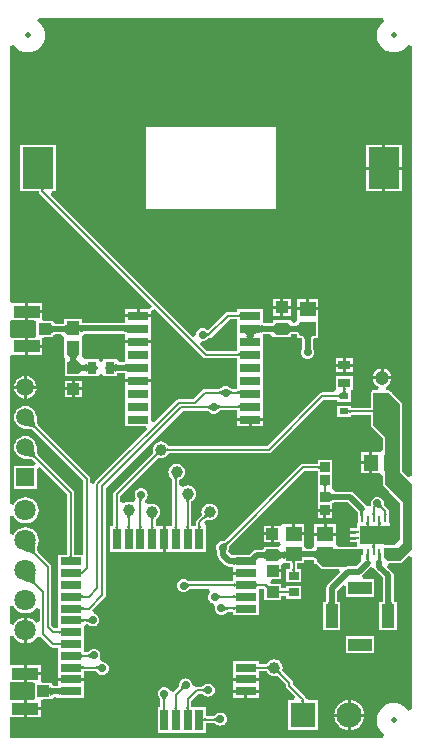
<source format=gtl>
G04*
G04 #@! TF.GenerationSoftware,Altium Limited,Altium Designer,20.2.7 (254)*
G04*
G04 Layer_Physical_Order=1*
G04 Layer_Color=255*
%FSLAX44Y44*%
%MOMM*%
G71*
G04*
G04 #@! TF.SameCoordinates,2281EFF5-857D-4E86-B53A-B943DB852D4A*
G04*
G04*
G04 #@! TF.FilePolarity,Positive*
G04*
G01*
G75*
%ADD13C,0.2000*%
%ADD14R,1.4000X1.2000*%
%ADD15R,1.2000X1.4000*%
%ADD44R,1.0000X0.8000*%
%ADD45R,0.8000X1.0000*%
%ADD46R,1.1000X2.0000*%
%ADD47R,2.0000X1.1000*%
%ADD48R,0.2400X0.6000*%
%ADD49R,2.4000X1.6500*%
%ADD50R,0.6000X0.2500*%
%ADD51R,1.8000X0.7000*%
%ADD52R,1.8000X0.8000*%
%ADD53C,1.0000*%
%ADD54R,0.8000X0.6000*%
%ADD55R,1.0500X1.0000*%
%ADD56R,2.2000X1.0500*%
%ADD57R,0.7000X1.8000*%
%ADD58R,1.0500X1.0000*%
%ADD59R,0.9000X0.7000*%
%ADD60R,2.6000X3.5600*%
%ADD61R,1.0800X1.2200*%
%ADD62R,1.4500X1.2500*%
%ADD63R,0.8500X0.8500*%
%ADD64C,0.5000*%
%ADD65C,1.8000*%
%ADD66C,1.5000*%
%ADD67R,1.5000X1.5000*%
%ADD68R,2.1500X2.1500*%
%ADD69C,2.1500*%
%ADD70C,0.5000*%
%ADD71C,1.2000*%
%ADD72R,1.2000X1.2000*%
%ADD73C,0.7000*%
G36*
X2217634Y1766805D02*
X2217622Y1766458D01*
X2215553Y1764761D01*
X2213741Y1762553D01*
X2212395Y1760034D01*
X2211566Y1757301D01*
X2211286Y1754458D01*
X2211566Y1751616D01*
X2212395Y1748882D01*
X2213741Y1746363D01*
X2215553Y1744155D01*
X2217761Y1742343D01*
X2220280Y1740997D01*
X2223014Y1740168D01*
X2225856Y1739888D01*
X2228699Y1740168D01*
X2231432Y1740997D01*
X2233951Y1742343D01*
X2236159Y1744155D01*
X2237856Y1746224D01*
X2238203Y1746236D01*
X2240856Y1745060D01*
X2240856Y1381262D01*
X2238084Y1380114D01*
X2232895Y1385303D01*
Y1441958D01*
X2232895Y1441958D01*
X2232740Y1442738D01*
X2232298Y1443400D01*
X2223856Y1451842D01*
Y1452458D01*
X2223240D01*
X2222298Y1453400D01*
X2221637Y1453842D01*
X2220856Y1453997D01*
X2219346D01*
X2218749Y1456997D01*
X2219891Y1457470D01*
X2221562Y1458752D01*
X2222844Y1460424D01*
X2223650Y1462370D01*
X2223758Y1463188D01*
X2215856D01*
X2207954D01*
X2208062Y1462370D01*
X2208868Y1460424D01*
X2210150Y1458752D01*
X2211822Y1457470D01*
X2212963Y1456997D01*
X2212366Y1453997D01*
X2208356D01*
X2207576Y1453842D01*
X2206914Y1453400D01*
X2206472Y1452738D01*
X2206317Y1451958D01*
Y1439017D01*
X2189856D01*
Y1440958D01*
X2177856D01*
Y1430958D01*
X2189856D01*
Y1432899D01*
X2206317D01*
Y1424458D01*
X2206317Y1424458D01*
X2206472Y1423678D01*
X2206914Y1423016D01*
X2216317Y1413613D01*
Y1403600D01*
X2214246Y1401458D01*
X2212246Y1401458D01*
X2207516D01*
Y1392458D01*
Y1383458D01*
X2212246D01*
X2214246Y1383458D01*
X2216317Y1381316D01*
Y1374458D01*
X2216317Y1374458D01*
X2216472Y1373678D01*
X2216914Y1373016D01*
X2221538Y1368392D01*
X2221774Y1368085D01*
X2222080Y1367850D01*
X2231317Y1358613D01*
Y1327992D01*
X2231084Y1327852D01*
X2231079Y1327855D01*
X2226310Y1323086D01*
X2217420D01*
X2219198Y1338580D01*
X2222584D01*
Y1341394D01*
X2221784D01*
Y1347144D01*
X2221784Y1348070D01*
X2221793Y1348114D01*
X2221784Y1350144D01*
X2221784D01*
X2221643Y1350285D01*
Y1351434D01*
X2221410Y1352605D01*
X2220747Y1353597D01*
X2220747Y1353597D01*
X2217688Y1356656D01*
X2217669Y1356681D01*
X2217599Y1356793D01*
X2217532Y1356925D01*
X2217468Y1357079D01*
X2217409Y1357260D01*
X2217357Y1357468D01*
X2217313Y1357706D01*
X2217281Y1357972D01*
X2217258Y1358319D01*
X2217216Y1358473D01*
X2217085Y1359474D01*
X2216530Y1360812D01*
X2215649Y1361961D01*
X2214500Y1362842D01*
X2213162Y1363397D01*
X2211726Y1363586D01*
X2210290Y1363397D01*
X2208952Y1362842D01*
X2207803Y1361961D01*
X2206922Y1360812D01*
X2206368Y1359474D01*
X2206179Y1358038D01*
X2206356Y1356693D01*
X2205794Y1355852D01*
X2204697Y1355658D01*
X2203735Y1355531D01*
X2202668Y1355642D01*
X2201828Y1356898D01*
X2192025Y1366703D01*
X2190536Y1367697D01*
X2188780Y1368046D01*
X2176600D01*
X2173684Y1370392D01*
Y1371434D01*
X2173684Y1371493D01*
Y1382434D01*
Y1394934D01*
X2161184D01*
Y1391743D01*
X2148832D01*
X2148832Y1391743D01*
X2147662Y1391510D01*
X2146669Y1390847D01*
X2083016Y1327193D01*
X2082265Y1326499D01*
X2082165Y1326449D01*
X2082024Y1326395D01*
X2081858Y1326345D01*
X2081665Y1326304D01*
X2081443Y1326272D01*
X2081192Y1326253D01*
X2080914Y1326248D01*
X2080856Y1326256D01*
X2079420Y1326067D01*
X2078082Y1325512D01*
X2076933Y1324631D01*
X2076052Y1323482D01*
X2075498Y1322144D01*
X2075309Y1320708D01*
X2075498Y1319272D01*
X2076052Y1317934D01*
X2076268Y1317653D01*
Y1314362D01*
X2076617Y1312606D01*
X2077612Y1311118D01*
X2082916Y1305814D01*
X2084404Y1304819D01*
X2086160Y1304470D01*
X2087957D01*
X2088641Y1304437D01*
X2089181Y1304380D01*
X2089216Y1304375D01*
Y1300328D01*
X2100216D01*
Y1297788D01*
X2089216D01*
Y1292117D01*
X2052848D01*
X2052814Y1292121D01*
X2052660Y1292153D01*
X2052489Y1292201D01*
X2052299Y1292269D01*
X2052090Y1292358D01*
X2051885Y1292459D01*
X2051342Y1292782D01*
X2051055Y1292980D01*
X2050925Y1293036D01*
X2050630Y1293262D01*
X2049292Y1293817D01*
X2047856Y1294006D01*
X2046420Y1293817D01*
X2045082Y1293262D01*
X2043934Y1292381D01*
X2043052Y1291232D01*
X2042498Y1289894D01*
X2042309Y1288458D01*
X2042498Y1287022D01*
X2043052Y1285684D01*
X2043934Y1284536D01*
X2045082Y1283654D01*
X2046420Y1283100D01*
X2047856Y1282911D01*
X2049292Y1283100D01*
X2050630Y1283654D01*
X2051779Y1284536D01*
X2052234Y1285129D01*
X2052376Y1285258D01*
X2052554Y1285497D01*
X2052680Y1285643D01*
X2052796Y1285756D01*
X2052900Y1285840D01*
X2052993Y1285901D01*
X2053076Y1285944D01*
X2053154Y1285975D01*
X2053235Y1285997D01*
X2053252Y1285999D01*
X2069466D01*
X2070485Y1282999D01*
X2070242Y1282813D01*
X2069360Y1281664D01*
X2068806Y1280326D01*
X2068617Y1278890D01*
X2068806Y1277454D01*
X2069360Y1276116D01*
X2070242Y1274967D01*
X2071390Y1274086D01*
X2072611Y1273580D01*
X2072757Y1273484D01*
X2074427Y1270759D01*
X2074465Y1270393D01*
X2074309Y1269208D01*
X2074498Y1267772D01*
X2075052Y1266434D01*
X2075934Y1265285D01*
X2077082Y1264404D01*
X2078420Y1263850D01*
X2079856Y1263661D01*
X2081292Y1263850D01*
X2082630Y1264404D01*
X2083779Y1265285D01*
X2083815Y1265332D01*
X2084014Y1265525D01*
X2084205Y1265688D01*
X2084385Y1265824D01*
X2084551Y1265930D01*
X2084703Y1266013D01*
X2084841Y1266074D01*
X2084968Y1266117D01*
X2085086Y1266145D01*
X2085115Y1266149D01*
X2089216D01*
Y1263558D01*
X2111216D01*
Y1273558D01*
Y1285999D01*
X2115847D01*
X2115876Y1285965D01*
Y1276088D01*
X2130376D01*
Y1280029D01*
X2134466D01*
Y1277454D01*
X2147466D01*
Y1288454D01*
X2134466D01*
Y1286147D01*
X2130376D01*
Y1290088D01*
X2122033D01*
X2121647Y1290325D01*
X2121131Y1291088D01*
X2122724Y1294088D01*
X2130376D01*
Y1299818D01*
X2123126D01*
Y1302358D01*
X2130376D01*
Y1304982D01*
X2131906Y1307348D01*
X2133930Y1307339D01*
X2133975Y1307348D01*
X2137907D01*
Y1302454D01*
X2134466D01*
Y1291454D01*
X2147466D01*
Y1302454D01*
X2144025D01*
Y1307348D01*
X2149906D01*
Y1310406D01*
X2156705D01*
X2157119Y1310370D01*
X2157699Y1310274D01*
X2158134Y1310157D01*
X2158418Y1310042D01*
X2158534Y1309971D01*
Y1306744D01*
X2160686D01*
X2164414Y1303016D01*
X2165076Y1302574D01*
X2165856Y1302419D01*
X2178973D01*
X2180121Y1299647D01*
X2169880Y1289406D01*
X2168885Y1287918D01*
X2168536Y1286162D01*
Y1276364D01*
X2168500Y1275949D01*
X2168404Y1275369D01*
X2168287Y1274934D01*
X2168172Y1274650D01*
X2168101Y1274534D01*
X2165624D01*
Y1250534D01*
X2180624D01*
Y1274534D01*
X2178147D01*
X2178077Y1274650D01*
X2177961Y1274934D01*
X2177845Y1275369D01*
X2177749Y1275949D01*
X2177712Y1276364D01*
Y1284262D01*
X2182352Y1288902D01*
X2185124Y1287754D01*
Y1279034D01*
X2209124D01*
Y1294034D01*
X2199980D01*
X2199070Y1297034D01*
X2199223Y1297136D01*
X2206064Y1303978D01*
X2208742Y1303445D01*
X2209305Y1303063D01*
X2209345Y1302862D01*
X2210340Y1301374D01*
X2216536Y1295178D01*
Y1276364D01*
X2216500Y1275949D01*
X2216404Y1275369D01*
X2216287Y1274934D01*
X2216172Y1274650D01*
X2216101Y1274534D01*
X2213624D01*
Y1250534D01*
X2228624D01*
Y1274534D01*
X2226147D01*
X2226077Y1274650D01*
X2225961Y1274934D01*
X2225845Y1275369D01*
X2225749Y1275949D01*
X2225712Y1276364D01*
Y1297078D01*
X2225363Y1298834D01*
X2224368Y1300323D01*
X2220200Y1304491D01*
X2220502Y1305836D01*
X2221515Y1307419D01*
X2230856D01*
X2230856Y1307419D01*
X2231637Y1307574D01*
X2232298Y1308016D01*
X2238084Y1313803D01*
X2240856Y1312655D01*
Y1183856D01*
X2238203Y1182681D01*
X2237856Y1182693D01*
X2236159Y1184761D01*
X2233951Y1186573D01*
X2231432Y1187919D01*
X2228699Y1188748D01*
X2225856Y1189028D01*
X2223014Y1188748D01*
X2220280Y1187919D01*
X2217761Y1186573D01*
X2215553Y1184761D01*
X2213741Y1182553D01*
X2212395Y1180034D01*
X2211566Y1177301D01*
X2211286Y1174458D01*
X2211566Y1171616D01*
X2212395Y1168882D01*
X2213741Y1166363D01*
X2215553Y1164156D01*
X2217622Y1162458D01*
X2217634Y1162111D01*
X2216458Y1159458D01*
X1900856D01*
Y1174146D01*
X1900885Y1177134D01*
X1903856Y1177134D01*
X1912615D01*
Y1184384D01*
Y1191634D01*
X1903856D01*
X1900885Y1191634D01*
X1900856Y1194622D01*
Y1203646D01*
X1900885Y1206634D01*
X1903856Y1206634D01*
X1912615D01*
Y1213884D01*
Y1221134D01*
X1903856D01*
X1900885Y1221134D01*
X1900856Y1224122D01*
Y1245459D01*
X1903856Y1246056D01*
X1904248Y1245111D01*
X1906011Y1242813D01*
X1908309Y1241050D01*
X1910984Y1239941D01*
X1912586Y1239730D01*
Y1250658D01*
Y1261586D01*
X1910984Y1261375D01*
X1908309Y1260267D01*
X1906011Y1258503D01*
X1904248Y1256206D01*
X1903856Y1255260D01*
X1900856Y1255857D01*
Y1270859D01*
X1903856Y1271456D01*
X1904248Y1270511D01*
X1906011Y1268213D01*
X1908309Y1266450D01*
X1910984Y1265341D01*
X1913856Y1264963D01*
X1916728Y1265341D01*
X1919404Y1266450D01*
X1921701Y1268213D01*
X1922797Y1269641D01*
X1925797Y1268623D01*
Y1258093D01*
X1922797Y1257075D01*
X1921701Y1258503D01*
X1919404Y1260267D01*
X1916728Y1261375D01*
X1915126Y1261586D01*
Y1250658D01*
Y1239730D01*
X1916728Y1239941D01*
X1919404Y1241050D01*
X1921701Y1242813D01*
X1923465Y1245111D01*
X1926693Y1245295D01*
X1935093Y1236895D01*
X1935093Y1236895D01*
X1936086Y1236232D01*
X1937256Y1235999D01*
X1941216D01*
Y1223558D01*
Y1213558D01*
Y1210328D01*
X1952216D01*
X1963216D01*
Y1215999D01*
X1973461D01*
X1973477Y1215997D01*
X1973558Y1215975D01*
X1973637Y1215944D01*
X1973720Y1215901D01*
X1973812Y1215840D01*
X1973916Y1215756D01*
X1974032Y1215643D01*
X1974159Y1215497D01*
X1974336Y1215258D01*
X1974478Y1215129D01*
X1974933Y1214536D01*
X1976082Y1213654D01*
X1977420Y1213100D01*
X1978856Y1212911D01*
X1980292Y1213100D01*
X1981630Y1213654D01*
X1982779Y1214536D01*
X1983660Y1215684D01*
X1984214Y1217022D01*
X1984404Y1218458D01*
X1984214Y1219894D01*
X1983660Y1221232D01*
X1982779Y1222381D01*
X1981630Y1223262D01*
X1980292Y1223817D01*
X1978856Y1224006D01*
X1978333Y1223937D01*
X1976689Y1226248D01*
X1976586Y1226588D01*
X1976660Y1226684D01*
X1977215Y1228022D01*
X1977404Y1229458D01*
X1977215Y1230894D01*
X1976660Y1232232D01*
X1975779Y1233381D01*
X1974630Y1234262D01*
X1973292Y1234817D01*
X1971856Y1235006D01*
X1970420Y1234817D01*
X1969082Y1234262D01*
X1967934Y1233381D01*
X1967650Y1233011D01*
X1967525Y1232910D01*
X1967326Y1232671D01*
X1967178Y1232516D01*
X1967041Y1232394D01*
X1966917Y1232300D01*
X1966804Y1232230D01*
X1966702Y1232180D01*
X1966607Y1232144D01*
X1966514Y1232120D01*
X1966493Y1232117D01*
X1963216D01*
Y1243558D01*
Y1254668D01*
X1965623Y1255815D01*
X1966092Y1255917D01*
X1966265Y1255850D01*
X1966456Y1255761D01*
X1966638Y1255662D01*
X1967141Y1255330D01*
X1967406Y1255125D01*
X1967583Y1255037D01*
X1968082Y1254654D01*
X1969420Y1254100D01*
X1970856Y1253911D01*
X1972292Y1254100D01*
X1973630Y1254654D01*
X1974779Y1255536D01*
X1975660Y1256684D01*
X1976214Y1258022D01*
X1976404Y1259458D01*
X1976214Y1260894D01*
X1975660Y1262232D01*
X1974779Y1263381D01*
X1973630Y1264262D01*
X1972292Y1264817D01*
X1971842Y1264876D01*
X1970692Y1267374D01*
X1970653Y1267929D01*
X1981019Y1278295D01*
X1981019Y1278295D01*
X1981682Y1279288D01*
X1981915Y1280458D01*
X1981915Y1280458D01*
Y1371191D01*
X2047123Y1436399D01*
X2068098D01*
X2068126Y1436395D01*
X2068244Y1436367D01*
X2068371Y1436324D01*
X2068510Y1436263D01*
X2068661Y1436181D01*
X2068828Y1436073D01*
X2069007Y1435939D01*
X2069198Y1435775D01*
X2069398Y1435582D01*
X2069433Y1435535D01*
X2070582Y1434654D01*
X2071920Y1434100D01*
X2073356Y1433911D01*
X2074792Y1434100D01*
X2076130Y1434654D01*
X2077279Y1435535D01*
X2077643Y1436010D01*
X2077784Y1436131D01*
X2077971Y1436370D01*
X2078109Y1436520D01*
X2078235Y1436639D01*
X2078349Y1436728D01*
X2078452Y1436793D01*
X2078544Y1436840D01*
X2078631Y1436873D01*
X2078719Y1436897D01*
X2078737Y1436899D01*
X2093356D01*
Y1430228D01*
X2115356D01*
Y1433958D01*
Y1444958D01*
Y1455958D01*
Y1466958D01*
Y1477958D01*
Y1488958D01*
Y1501181D01*
X2115524Y1501221D01*
X2116010Y1501298D01*
X2116984Y1501370D01*
X2121044D01*
X2123810Y1499127D01*
Y1498966D01*
X2125841Y1498957D01*
X2125884Y1498966D01*
X2126810Y1498966D01*
X2136236Y1498966D01*
X2136280Y1498957D01*
X2138310Y1498966D01*
X2138310Y1500806D01*
X2138325Y1500947D01*
X2138444Y1501019D01*
X2138726Y1501133D01*
X2139158Y1501248D01*
X2139734Y1501343D01*
X2140140Y1501378D01*
X2142074D01*
X2142489Y1501342D01*
X2143069Y1501246D01*
X2143504Y1501129D01*
X2143788Y1501014D01*
X2143904Y1500943D01*
Y1497966D01*
X2147714D01*
X2147877Y1497949D01*
X2147954Y1497823D01*
X2148068Y1497543D01*
X2148184Y1497113D01*
X2148280Y1496539D01*
X2148316Y1496129D01*
Y1489076D01*
X2148052Y1488732D01*
X2147498Y1487394D01*
X2147309Y1485958D01*
X2147498Y1484522D01*
X2148052Y1483184D01*
X2148934Y1482036D01*
X2150082Y1481154D01*
X2151420Y1480600D01*
X2152856Y1480411D01*
X2154292Y1480600D01*
X2155630Y1481154D01*
X2156779Y1482036D01*
X2157660Y1483184D01*
X2158215Y1484522D01*
X2158404Y1485958D01*
X2158215Y1487394D01*
X2157660Y1488732D01*
X2157492Y1488951D01*
Y1496129D01*
X2157529Y1496539D01*
X2157624Y1497113D01*
X2157740Y1497543D01*
X2157854Y1497823D01*
X2157932Y1497949D01*
X2158094Y1497966D01*
X2161904D01*
Y1511966D01*
X2161904Y1513966D01*
X2161904Y1516966D01*
Y1521696D01*
X2143904D01*
Y1516966D01*
X2143904Y1514966D01*
X2143904Y1512796D01*
X2141084Y1510554D01*
X2141073D01*
X2138310Y1512796D01*
Y1512966D01*
X2136280Y1512975D01*
X2136236Y1512966D01*
X2135310Y1512966D01*
X2125885Y1512966D01*
X2125841Y1512975D01*
X2123810Y1512966D01*
X2123810Y1511126D01*
X2123795Y1510979D01*
X2123674Y1510906D01*
X2123392Y1510792D01*
X2122961Y1510677D01*
X2122385Y1510582D01*
X2121978Y1510546D01*
X2116859D01*
X2116658Y1510553D01*
X2116035Y1510614D01*
X2115524Y1510695D01*
X2115356Y1510735D01*
Y1522458D01*
X2093356D01*
Y1520017D01*
X2085410D01*
X2085410Y1520017D01*
X2084240Y1519784D01*
X2083247Y1519121D01*
X2083247Y1519121D01*
X2068506Y1504380D01*
X2068430Y1504419D01*
X2068246Y1504529D01*
X2068049Y1504666D01*
X2067838Y1504832D01*
X2067577Y1505061D01*
X2067443Y1505138D01*
X2066630Y1505762D01*
X2065292Y1506317D01*
X2063856Y1506506D01*
X2062420Y1506317D01*
X2061082Y1505762D01*
X2059933Y1504881D01*
X2059052Y1503732D01*
X2058498Y1502394D01*
X2058309Y1500958D01*
X2058367Y1500516D01*
X2055543Y1499097D01*
X1935253Y1619386D01*
X1936402Y1622158D01*
X1939356D01*
Y1661758D01*
X1909356D01*
Y1622158D01*
X1924960D01*
X1925159Y1621159D01*
X1925822Y1620167D01*
X2020654Y1525335D01*
X2019288Y1522458D01*
X2010626D01*
Y1518228D01*
X2020356D01*
Y1521390D01*
X2023233Y1522756D01*
X2064193Y1481795D01*
X2064193Y1481795D01*
X2065186Y1481132D01*
X2066356Y1480899D01*
X2066356Y1480899D01*
X2093356D01*
Y1466958D01*
Y1455017D01*
X2088615D01*
X2088586Y1455021D01*
X2088468Y1455049D01*
X2088341Y1455092D01*
X2088203Y1455153D01*
X2088051Y1455236D01*
X2087885Y1455343D01*
X2087705Y1455478D01*
X2087514Y1455641D01*
X2087314Y1455834D01*
X2087279Y1455881D01*
X2086130Y1456762D01*
X2084792Y1457316D01*
X2083356Y1457506D01*
X2081920Y1457316D01*
X2080582Y1456762D01*
X2079433Y1455881D01*
X2079398Y1455834D01*
X2079198Y1455641D01*
X2079007Y1455478D01*
X2078827Y1455343D01*
X2078662Y1455236D01*
X2078510Y1455153D01*
X2078371Y1455092D01*
X2078244Y1455049D01*
X2078126Y1455021D01*
X2078098Y1455017D01*
X2065856D01*
X2065856Y1455017D01*
X2064686Y1454784D01*
X2063693Y1454121D01*
X2056089Y1446517D01*
X2044199D01*
X2043029Y1446284D01*
X2042036Y1445621D01*
X2023128Y1426712D01*
X2020356Y1427860D01*
Y1433958D01*
Y1444958D01*
Y1455958D01*
Y1460688D01*
X1998356D01*
Y1455958D01*
Y1444958D01*
Y1433958D01*
Y1423458D01*
X2015954D01*
X2017102Y1420686D01*
X1972693Y1376278D01*
X1972030Y1375285D01*
X1971915Y1374706D01*
X1968915Y1375002D01*
Y1378858D01*
X1968915Y1378858D01*
X1968682Y1380029D01*
X1968019Y1381021D01*
X1968019Y1381021D01*
X1924355Y1424685D01*
X1924335Y1424709D01*
X1924192Y1424941D01*
X1924034Y1425287D01*
X1923877Y1425750D01*
X1923731Y1426326D01*
X1923607Y1427011D01*
X1923511Y1427780D01*
X1923400Y1429699D01*
X1923396Y1430540D01*
X1923438Y1430858D01*
X1923112Y1433338D01*
X1922154Y1435649D01*
X1920632Y1437634D01*
X1918647Y1439156D01*
X1916336Y1440114D01*
X1913856Y1440440D01*
X1911376Y1440114D01*
X1909065Y1439156D01*
X1907081Y1437634D01*
X1905558Y1435649D01*
X1904601Y1433338D01*
X1904274Y1430858D01*
X1904601Y1428378D01*
X1905558Y1426067D01*
X1907081Y1424083D01*
X1909065Y1422560D01*
X1911376Y1421603D01*
X1913856Y1421276D01*
X1914174Y1421318D01*
X1915015Y1421314D01*
X1916935Y1421203D01*
X1917703Y1421107D01*
X1918389Y1420983D01*
X1918965Y1420838D01*
X1919427Y1420680D01*
X1919774Y1420522D01*
X1920005Y1420379D01*
X1920029Y1420359D01*
X1962797Y1377591D01*
Y1314558D01*
X1955275D01*
Y1367098D01*
X1955275Y1367098D01*
X1955042Y1368269D01*
X1954379Y1369261D01*
X1954379Y1369261D01*
X1924355Y1399285D01*
X1924335Y1399309D01*
X1924192Y1399541D01*
X1924034Y1399887D01*
X1923877Y1400349D01*
X1923731Y1400926D01*
X1923607Y1401611D01*
X1923511Y1402380D01*
X1923400Y1404299D01*
X1923396Y1405140D01*
X1923438Y1405458D01*
X1923112Y1407938D01*
X1922154Y1410249D01*
X1920632Y1412234D01*
X1918647Y1413756D01*
X1916336Y1414714D01*
X1913856Y1415040D01*
X1911376Y1414714D01*
X1909065Y1413756D01*
X1907081Y1412234D01*
X1905558Y1410249D01*
X1904601Y1407938D01*
X1904274Y1405458D01*
X1904601Y1402978D01*
X1905558Y1400667D01*
X1907081Y1398683D01*
X1909065Y1397160D01*
X1911376Y1396203D01*
X1913856Y1395876D01*
X1914174Y1395918D01*
X1915015Y1395914D01*
X1916935Y1395804D01*
X1917703Y1395707D01*
X1918389Y1395583D01*
X1918965Y1395438D01*
X1919427Y1395280D01*
X1919774Y1395122D01*
X1920005Y1394979D01*
X1920029Y1394959D01*
X1922430Y1392558D01*
X1921188Y1389558D01*
X1904356D01*
Y1370558D01*
X1923356D01*
Y1387390D01*
X1926356Y1388632D01*
X1949157Y1365831D01*
Y1314558D01*
X1941216D01*
Y1303558D01*
Y1293558D01*
Y1283558D01*
Y1273558D01*
Y1263558D01*
Y1252858D01*
X1938216Y1252424D01*
X1935915Y1254725D01*
Y1304458D01*
X1935915Y1304458D01*
X1935682Y1305629D01*
X1935019Y1306621D01*
X1935019Y1306621D01*
X1924332Y1317308D01*
X1924230Y1317431D01*
X1924065Y1317715D01*
X1923922Y1318089D01*
X1923812Y1318571D01*
X1923748Y1319169D01*
X1923744Y1319882D01*
X1923806Y1320675D01*
X1924174Y1322700D01*
X1924408Y1323588D01*
X1924573Y1323987D01*
X1924951Y1326858D01*
X1924573Y1329730D01*
X1923465Y1332406D01*
X1921701Y1334703D01*
X1919404Y1336467D01*
X1916728Y1337575D01*
X1913856Y1337953D01*
X1910984Y1337575D01*
X1908309Y1336467D01*
X1906011Y1334703D01*
X1904248Y1332406D01*
X1903856Y1331460D01*
X1900856Y1332057D01*
Y1347059D01*
X1903856Y1347656D01*
X1904248Y1346711D01*
X1906011Y1344413D01*
X1908309Y1342650D01*
X1910984Y1341541D01*
X1913856Y1341163D01*
X1916728Y1341541D01*
X1919404Y1342650D01*
X1921701Y1344413D01*
X1923465Y1346711D01*
X1924573Y1349387D01*
X1924951Y1352258D01*
X1924573Y1355130D01*
X1923465Y1357806D01*
X1921701Y1360103D01*
X1919404Y1361867D01*
X1916728Y1362975D01*
X1913856Y1363353D01*
X1910984Y1362975D01*
X1908309Y1361867D01*
X1906011Y1360103D01*
X1904248Y1357806D01*
X1903856Y1356860D01*
X1900856Y1357457D01*
Y1481171D01*
X1901901Y1483738D01*
X1903856Y1483738D01*
X1913631D01*
Y1490988D01*
Y1498238D01*
X1903856D01*
X1901901Y1498238D01*
X1900856Y1500805D01*
Y1510671D01*
X1901901Y1513238D01*
X1903856Y1513238D01*
X1913631D01*
Y1520488D01*
Y1527738D01*
X1903856D01*
X1901901Y1527738D01*
X1900856Y1530305D01*
Y1745061D01*
X1903509Y1746236D01*
X1903856Y1746224D01*
X1905553Y1744155D01*
X1907761Y1742343D01*
X1910280Y1740997D01*
X1913014Y1740168D01*
X1915856Y1739888D01*
X1918699Y1740168D01*
X1921432Y1740997D01*
X1923951Y1742343D01*
X1926159Y1744155D01*
X1927971Y1746363D01*
X1929317Y1748882D01*
X1930146Y1751616D01*
X1930426Y1754458D01*
X1930146Y1757301D01*
X1929317Y1760034D01*
X1927971Y1762553D01*
X1926159Y1764761D01*
X1924091Y1766458D01*
X1924079Y1766805D01*
X1925254Y1769458D01*
X2216458D01*
X2217634Y1766805D01*
D02*
G37*
G36*
X1929680Y1624170D02*
X1929534Y1624114D01*
X1929405Y1624021D01*
X1929294Y1623891D01*
X1929199Y1623724D01*
X1929122Y1623519D01*
X1929062Y1623278D01*
X1929019Y1622999D01*
X1928993Y1622683D01*
X1928985Y1622330D01*
X1926985D01*
X1926976Y1622683D01*
X1926950Y1622999D01*
X1926907Y1623278D01*
X1926847Y1623519D01*
X1926770Y1623724D01*
X1926675Y1623891D01*
X1926564Y1624021D01*
X1926435Y1624114D01*
X1926289Y1624170D01*
X1926126Y1624189D01*
X1929843D01*
X1929680Y1624170D01*
D02*
G37*
G36*
X2095417Y1514958D02*
X2095397Y1515148D01*
X2095336Y1515318D01*
X2095234Y1515468D01*
X2095092Y1515598D01*
X2094910Y1515708D01*
X2094686Y1515798D01*
X2094422Y1515868D01*
X2094118Y1515918D01*
X2093772Y1515948D01*
X2093387Y1515958D01*
Y1517958D01*
X2093772Y1517968D01*
X2094118Y1517998D01*
X2094422Y1518048D01*
X2094686Y1518118D01*
X2094910Y1518208D01*
X2095092Y1518318D01*
X2095234Y1518448D01*
X2095336Y1518598D01*
X2095397Y1518768D01*
X2095417Y1518958D01*
Y1514958D01*
D02*
G37*
G36*
X2145965Y1500966D02*
X2145915Y1501441D01*
X2145764Y1501866D01*
X2145512Y1502241D01*
X2145160Y1502566D01*
X2144707Y1502841D01*
X2144154Y1503066D01*
X2143500Y1503241D01*
X2142746Y1503366D01*
X2141890Y1503441D01*
X2141107Y1503462D01*
X2140330Y1503441D01*
X2139480Y1503367D01*
X2138730Y1503244D01*
X2138080Y1503071D01*
X2137530Y1502849D01*
X2137080Y1502577D01*
X2136730Y1502256D01*
X2136480Y1501886D01*
X2136330Y1501466D01*
X2136280Y1500997D01*
Y1510936D01*
X2136330Y1510466D01*
X2136480Y1510047D01*
X2136730Y1509676D01*
X2137080Y1509355D01*
X2137530Y1509084D01*
X2138080Y1508861D01*
X2138730Y1508688D01*
X2139480Y1508565D01*
X2140330Y1508491D01*
X2141107Y1508471D01*
X2141890Y1508491D01*
X2142746Y1508566D01*
X2143500Y1508691D01*
X2144154Y1508866D01*
X2144707Y1509091D01*
X2145160Y1509366D01*
X2145512Y1509691D01*
X2145764Y1510066D01*
X2145915Y1510491D01*
X2145965Y1510966D01*
Y1500966D01*
D02*
G37*
G36*
X2113376Y1509648D02*
X2113526Y1509399D01*
X2113776Y1509178D01*
X2114126Y1508987D01*
X2114576Y1508826D01*
X2115126Y1508693D01*
X2115776Y1508590D01*
X2116526Y1508517D01*
X2118326Y1508458D01*
Y1503458D01*
X2117376Y1503443D01*
X2115776Y1503326D01*
X2115126Y1503223D01*
X2114576Y1503091D01*
X2114126Y1502929D01*
X2113776Y1502738D01*
X2113526Y1502518D01*
X2113376Y1502268D01*
X2113326Y1501989D01*
Y1509928D01*
X2113376Y1509648D01*
D02*
G37*
G36*
X2125841Y1500997D02*
X2125791Y1501464D01*
X2125641Y1501883D01*
X2125391Y1502252D01*
X2125041Y1502572D01*
X2124591Y1502843D01*
X2124041Y1503064D01*
X2123391Y1503237D01*
X2122641Y1503360D01*
X2121791Y1503434D01*
X2120841Y1503458D01*
Y1508458D01*
X2121791Y1508483D01*
X2122641Y1508557D01*
X2123391Y1508681D01*
X2124041Y1508855D01*
X2124591Y1509077D01*
X2125041Y1509350D01*
X2125391Y1509672D01*
X2125641Y1510044D01*
X2125791Y1510465D01*
X2125841Y1510936D01*
Y1500997D01*
D02*
G37*
G36*
X2066534Y1503263D02*
X2066837Y1503025D01*
X2067139Y1502816D01*
X2067441Y1502634D01*
X2067743Y1502480D01*
X2068046Y1502354D01*
X2068348Y1502257D01*
X2068650Y1502187D01*
X2068952Y1502145D01*
X2069254Y1502131D01*
X2069357Y1500131D01*
X2069048Y1500116D01*
X2068744Y1500071D01*
X2068444Y1499996D01*
X2068149Y1499892D01*
X2067859Y1499757D01*
X2067572Y1499592D01*
X2067291Y1499398D01*
X2067014Y1499173D01*
X2066741Y1498919D01*
X2066474Y1498634D01*
X2066232Y1503528D01*
X2066534Y1503263D01*
D02*
G37*
G36*
X2093356Y1499958D02*
Y1487017D01*
X2067623D01*
X2061995Y1492645D01*
X2063414Y1495469D01*
X2063856Y1495411D01*
X2065292Y1495600D01*
X2066630Y1496154D01*
X2067779Y1497036D01*
X2067902Y1497197D01*
X2067957Y1497236D01*
X2068181Y1497473D01*
X2068353Y1497634D01*
X2068514Y1497764D01*
X2068663Y1497867D01*
X2068798Y1497944D01*
X2068921Y1498001D01*
X2069034Y1498042D01*
X2069141Y1498068D01*
X2069167Y1498072D01*
X2069583D01*
X2069583Y1498072D01*
X2070753Y1498305D01*
X2071746Y1498968D01*
X2086677Y1513899D01*
X2093356D01*
Y1499958D01*
D02*
G37*
G36*
X2106729Y1502972D02*
X2106804Y1502117D01*
X2106825Y1501989D01*
X2109204D01*
X2108729Y1501939D01*
X2108304Y1501789D01*
X2107929Y1501539D01*
X2107604Y1501189D01*
X2107329Y1500739D01*
X2107210Y1500448D01*
X2107329Y1500155D01*
X2107604Y1499702D01*
X2107929Y1499350D01*
X2108304Y1499098D01*
X2108729Y1498947D01*
X2109204Y1498897D01*
X2106822D01*
X2106804Y1498789D01*
X2106729Y1497939D01*
X2106704Y1496989D01*
X2101704D01*
X2101679Y1497939D01*
X2101604Y1498789D01*
X2101586Y1498897D01*
X2099204D01*
X2099679Y1498947D01*
X2100104Y1499098D01*
X2100479Y1499350D01*
X2100804Y1499702D01*
X2101079Y1500155D01*
X2101198Y1500448D01*
X2101079Y1500739D01*
X2100804Y1501189D01*
X2100479Y1501539D01*
X2100104Y1501789D01*
X2099679Y1501939D01*
X2099204Y1501989D01*
X2101583D01*
X2101604Y1502117D01*
X2101679Y1502972D01*
X2101704Y1503928D01*
X2106704D01*
X2106729Y1502972D01*
D02*
G37*
G36*
X2157429Y1499947D02*
X2157004Y1499797D01*
X2156629Y1499547D01*
X2156304Y1499197D01*
X2156029Y1498747D01*
X2155804Y1498197D01*
X2155629Y1497547D01*
X2155504Y1496797D01*
X2155429Y1495947D01*
X2155404Y1494997D01*
X2150404D01*
X2150379Y1495947D01*
X2150304Y1496797D01*
X2150179Y1497547D01*
X2150004Y1498197D01*
X2149779Y1498747D01*
X2149504Y1499197D01*
X2149179Y1499547D01*
X2148804Y1499797D01*
X2148379Y1499947D01*
X2147904Y1499997D01*
X2157904D01*
X2157429Y1499947D01*
D02*
G37*
G36*
X2095417Y1481958D02*
X2095397Y1482148D01*
X2095336Y1482318D01*
X2095234Y1482468D01*
X2095092Y1482598D01*
X2094910Y1482708D01*
X2094686Y1482798D01*
X2094422Y1482868D01*
X2094118Y1482918D01*
X2093772Y1482948D01*
X2093387Y1482958D01*
Y1484958D01*
X2093772Y1484968D01*
X2094118Y1484998D01*
X2094422Y1485048D01*
X2094686Y1485118D01*
X2094910Y1485208D01*
X2095092Y1485318D01*
X2095234Y1485448D01*
X2095336Y1485598D01*
X2095397Y1485768D01*
X2095417Y1485958D01*
Y1481958D01*
D02*
G37*
G36*
Y1449958D02*
X2095397Y1450148D01*
X2095336Y1450318D01*
X2095234Y1450468D01*
X2095092Y1450598D01*
X2094910Y1450708D01*
X2094686Y1450798D01*
X2094422Y1450868D01*
X2094118Y1450918D01*
X2093772Y1450948D01*
X2093387Y1450958D01*
Y1452958D01*
X2093772Y1452968D01*
X2094118Y1452998D01*
X2094422Y1453048D01*
X2094686Y1453118D01*
X2094910Y1453208D01*
X2095092Y1453318D01*
X2095234Y1453448D01*
X2095336Y1453598D01*
X2095397Y1453768D01*
X2095417Y1453958D01*
Y1449958D01*
D02*
G37*
G36*
X2086141Y1454133D02*
X2086429Y1453886D01*
X2086718Y1453669D01*
X2087011Y1453480D01*
X2087305Y1453321D01*
X2087601Y1453190D01*
X2087900Y1453089D01*
X2088201Y1453016D01*
X2088505Y1452973D01*
X2088810Y1452958D01*
Y1450958D01*
X2088505Y1450944D01*
X2088201Y1450900D01*
X2087900Y1450828D01*
X2087601Y1450726D01*
X2087305Y1450596D01*
X2087011Y1450436D01*
X2086718Y1450248D01*
X2086429Y1450030D01*
X2086141Y1449784D01*
X2085856Y1449508D01*
Y1454408D01*
X2086141Y1454133D01*
D02*
G37*
G36*
X2080857Y1449508D02*
X2080571Y1449784D01*
X2080284Y1450030D01*
X2079994Y1450248D01*
X2079702Y1450436D01*
X2079407Y1450596D01*
X2079111Y1450726D01*
X2078812Y1450828D01*
X2078511Y1450900D01*
X2078208Y1450944D01*
X2077902Y1450958D01*
Y1452958D01*
X2078208Y1452973D01*
X2078511Y1453016D01*
X2078812Y1453089D01*
X2079111Y1453190D01*
X2079407Y1453321D01*
X2079702Y1453480D01*
X2079994Y1453669D01*
X2080284Y1453886D01*
X2080571Y1454133D01*
X2080857Y1454408D01*
Y1449508D01*
D02*
G37*
G36*
X2095417Y1437958D02*
X2095397Y1438148D01*
X2095336Y1438318D01*
X2095234Y1438468D01*
X2095092Y1438598D01*
X2094910Y1438708D01*
X2094686Y1438798D01*
X2094422Y1438868D01*
X2094118Y1438918D01*
X2093772Y1438948D01*
X2093387Y1438958D01*
Y1440958D01*
X2093772Y1440968D01*
X2094118Y1440998D01*
X2094422Y1441048D01*
X2094686Y1441118D01*
X2094910Y1441208D01*
X2095092Y1441318D01*
X2095234Y1441448D01*
X2095336Y1441598D01*
X2095397Y1441768D01*
X2095417Y1441958D01*
Y1437958D01*
D02*
G37*
G36*
X2075814Y1441996D02*
X2076468Y1441586D01*
X2076788Y1441420D01*
X2077104Y1441279D01*
X2077416Y1441163D01*
X2077723Y1441073D01*
X2078026Y1441009D01*
X2078324Y1440971D01*
X2078618Y1440958D01*
X2078920Y1438958D01*
X2078606Y1438943D01*
X2078301Y1438895D01*
X2078005Y1438817D01*
X2077717Y1438707D01*
X2077439Y1438566D01*
X2077169Y1438394D01*
X2076909Y1438190D01*
X2076657Y1437955D01*
X2076414Y1437688D01*
X2076180Y1437390D01*
X2075480Y1442240D01*
X2075814Y1441996D01*
D02*
G37*
G36*
X2070857Y1437008D02*
X2070571Y1437284D01*
X2070284Y1437530D01*
X2069994Y1437748D01*
X2069702Y1437936D01*
X2069407Y1438096D01*
X2069111Y1438226D01*
X2068812Y1438328D01*
X2068511Y1438400D01*
X2068208Y1438444D01*
X2067902Y1438458D01*
Y1440458D01*
X2068208Y1440473D01*
X2068511Y1440516D01*
X2068812Y1440589D01*
X2069111Y1440690D01*
X2069407Y1440821D01*
X2069702Y1440980D01*
X2069994Y1441169D01*
X2070284Y1441386D01*
X2070571Y1441633D01*
X2070857Y1441908D01*
Y1437008D01*
D02*
G37*
G36*
X2187815Y1437768D02*
X2187876Y1437598D01*
X2187978Y1437448D01*
X2188120Y1437318D01*
X2188303Y1437208D01*
X2188526Y1437118D01*
X2188790Y1437048D01*
X2189095Y1436998D01*
X2189440Y1436968D01*
X2189826Y1436958D01*
Y1434958D01*
X2189440Y1434948D01*
X2189095Y1434918D01*
X2188790Y1434868D01*
X2188526Y1434798D01*
X2188303Y1434708D01*
X2188120Y1434598D01*
X2187978Y1434468D01*
X2187876Y1434318D01*
X2187815Y1434148D01*
X2187795Y1433958D01*
Y1437958D01*
X2187815Y1437768D01*
D02*
G37*
G36*
X1921362Y1429635D02*
X1921479Y1427595D01*
X1921590Y1426702D01*
X1921737Y1425894D01*
X1921920Y1425171D01*
X1922137Y1424532D01*
X1922390Y1423979D01*
X1922678Y1423511D01*
X1923001Y1423127D01*
X1921587Y1421713D01*
X1921203Y1422036D01*
X1920735Y1422325D01*
X1920182Y1422577D01*
X1919544Y1422795D01*
X1918820Y1422977D01*
X1918013Y1423124D01*
X1917119Y1423235D01*
X1915079Y1423353D01*
X1913931Y1423358D01*
X1921356Y1430783D01*
X1921362Y1429635D01*
D02*
G37*
G36*
Y1404235D02*
X1921479Y1402195D01*
X1921590Y1401302D01*
X1921737Y1400494D01*
X1921920Y1399771D01*
X1922137Y1399132D01*
X1922390Y1398579D01*
X1922678Y1398111D01*
X1923001Y1397727D01*
X1921587Y1396313D01*
X1921203Y1396636D01*
X1920735Y1396924D01*
X1920182Y1397177D01*
X1919544Y1397395D01*
X1918820Y1397577D01*
X1918013Y1397724D01*
X1917119Y1397835D01*
X1915079Y1397953D01*
X1913931Y1397959D01*
X1921356Y1405383D01*
X1921362Y1404235D01*
D02*
G37*
G36*
X2163245Y1386684D02*
X2163225Y1386874D01*
X2163164Y1387044D01*
X2163062Y1387194D01*
X2162920Y1387324D01*
X2162737Y1387434D01*
X2162514Y1387524D01*
X2162250Y1387594D01*
X2161946Y1387644D01*
X2161600Y1387674D01*
X2161215Y1387684D01*
Y1389684D01*
X2161600Y1389694D01*
X2161946Y1389724D01*
X2162250Y1389774D01*
X2162514Y1389844D01*
X2162737Y1389934D01*
X2162920Y1390044D01*
X2163062Y1390174D01*
X2163164Y1390324D01*
X2163225Y1390494D01*
X2163245Y1390684D01*
Y1386684D01*
D02*
G37*
G36*
X2169244Y1373475D02*
X2169074Y1373414D01*
X2168924Y1373312D01*
X2168794Y1373170D01*
X2168684Y1372988D01*
X2168594Y1372764D01*
X2168524Y1372500D01*
X2168474Y1372196D01*
X2168444Y1371850D01*
X2168434Y1371465D01*
X2166434D01*
X2166424Y1371850D01*
X2166394Y1372196D01*
X2166344Y1372500D01*
X2166274Y1372764D01*
X2166184Y1372988D01*
X2166074Y1373170D01*
X2165944Y1373312D01*
X2165794Y1373414D01*
X2165624Y1373475D01*
X2165434Y1373495D01*
X2169434D01*
X2169244Y1373475D01*
D02*
G37*
G36*
X2168444Y1369124D02*
X2168474Y1368784D01*
X2168524Y1368484D01*
X2168594Y1368224D01*
X2168684Y1368004D01*
X2168794Y1367824D01*
X2168924Y1367684D01*
X2169074Y1367584D01*
X2169244Y1367524D01*
X2169434Y1367504D01*
X2165434D01*
X2165624Y1367524D01*
X2165794Y1367584D01*
X2165944Y1367684D01*
X2166074Y1367824D01*
X2166184Y1368004D01*
X2166274Y1368224D01*
X2166344Y1368484D01*
X2166394Y1368784D01*
X2166424Y1369124D01*
X2166434Y1369504D01*
X2168434D01*
X2168444Y1369124D01*
D02*
G37*
G36*
X2171704Y1367210D02*
X2171854Y1366947D01*
X2172104Y1366716D01*
X2172454Y1366514D01*
X2172904Y1366344D01*
X2173454Y1366205D01*
X2174104Y1366097D01*
X2174854Y1366020D01*
X2176654Y1365958D01*
Y1360958D01*
X2175704Y1360939D01*
X2174104Y1360788D01*
X2173454Y1360655D01*
X2172904Y1360485D01*
X2172454Y1360276D01*
X2172104Y1360030D01*
X2171854Y1359746D01*
X2171704Y1359424D01*
X2171654Y1359065D01*
Y1367504D01*
X2171704Y1367210D01*
D02*
G37*
G36*
X2210551Y1354741D02*
X2210480Y1354754D01*
X2210397Y1354745D01*
X2210302Y1354716D01*
X2210194Y1354666D01*
X2210074Y1354594D01*
X2209942Y1354502D01*
X2209798Y1354388D01*
X2209472Y1354098D01*
X2209291Y1353921D01*
X2207877Y1355336D01*
X2208038Y1355501D01*
X2208299Y1355801D01*
X2208399Y1355935D01*
X2208479Y1356058D01*
X2208539Y1356170D01*
X2208578Y1356272D01*
X2208598Y1356364D01*
X2208596Y1356444D01*
X2208575Y1356514D01*
X2210551Y1354741D01*
D02*
G37*
G36*
X2215250Y1357781D02*
X2215296Y1357399D01*
X2215363Y1357037D01*
X2215448Y1356695D01*
X2215554Y1356372D01*
X2215679Y1356069D01*
X2215824Y1355787D01*
X2215988Y1355524D01*
X2216172Y1355281D01*
X2216375Y1355057D01*
X2215037Y1353567D01*
X2214808Y1353775D01*
X2214561Y1353958D01*
X2214296Y1354117D01*
X2214014Y1354252D01*
X2213713Y1354362D01*
X2213394Y1354447D01*
X2213058Y1354508D01*
X2212703Y1354545D01*
X2212331Y1354557D01*
X2211941Y1354545D01*
X2215223Y1358183D01*
X2215250Y1357781D01*
D02*
G37*
G36*
X2219586Y1349734D02*
X2219693Y1348194D01*
X2219722Y1348134D01*
X2219754Y1348114D01*
X2217415D01*
X2217447Y1348134D01*
X2217476Y1348194D01*
X2217501Y1348294D01*
X2217523Y1348434D01*
X2217542Y1348614D01*
X2217577Y1349394D01*
X2217584Y1350114D01*
X2219584D01*
X2219586Y1349734D01*
D02*
G37*
G36*
X2209586D02*
X2209693Y1348194D01*
X2209722Y1348134D01*
X2209754Y1348114D01*
X2207415D01*
X2207447Y1348134D01*
X2207476Y1348194D01*
X2207501Y1348294D01*
X2207523Y1348434D01*
X2207542Y1348614D01*
X2207577Y1349394D01*
X2207584Y1350114D01*
X2209584D01*
X2209586Y1349734D01*
D02*
G37*
G36*
X2200207Y1351694D02*
X2200076Y1351420D01*
X2199961Y1351067D01*
X2199861Y1350634D01*
X2199776Y1350121D01*
X2199653Y1348857D01*
X2199651Y1348795D01*
X2199693Y1348194D01*
X2199722Y1348134D01*
X2199754Y1348114D01*
X2199624D01*
X2199592Y1347274D01*
X2199584Y1346363D01*
X2197584D01*
X2197576Y1347274D01*
X2197522Y1348114D01*
X2197415D01*
X2197447Y1348134D01*
X2197476Y1348194D01*
X2197501Y1348294D01*
X2197508Y1348336D01*
X2197392Y1350121D01*
X2197307Y1350634D01*
X2197207Y1351067D01*
X2197092Y1351420D01*
X2196961Y1351694D01*
X2196815Y1351888D01*
X2200353D01*
X2200207Y1351694D01*
D02*
G37*
G36*
X2214722Y1342155D02*
X2214693Y1342095D01*
X2214667Y1341995D01*
X2214645Y1341855D01*
X2214626Y1341675D01*
X2214595Y1340977D01*
X2214624Y1340644D01*
X2214674Y1340344D01*
X2214744Y1340084D01*
X2214834Y1339864D01*
X2214944Y1339684D01*
X2215074Y1339544D01*
X2215224Y1339444D01*
X2215394Y1339384D01*
X2215584Y1339364D01*
X2211584D01*
X2211774Y1339384D01*
X2211944Y1339444D01*
X2212094Y1339544D01*
X2212224Y1339684D01*
X2212334Y1339864D01*
X2212424Y1340084D01*
X2212494Y1340344D01*
X2212544Y1340644D01*
X2212562Y1340848D01*
X2212476Y1342095D01*
X2212447Y1342155D01*
X2212415Y1342175D01*
X2214754D01*
X2214722Y1342155D01*
D02*
G37*
G36*
X2204722D02*
X2204693Y1342095D01*
X2204667Y1341995D01*
X2204645Y1341855D01*
X2204626Y1341675D01*
X2204595Y1340977D01*
X2204624Y1340644D01*
X2204674Y1340344D01*
X2204744Y1340084D01*
X2204834Y1339864D01*
X2204944Y1339684D01*
X2205074Y1339544D01*
X2205224Y1339444D01*
X2205394Y1339384D01*
X2205584Y1339364D01*
X2201584D01*
X2201774Y1339384D01*
X2201944Y1339444D01*
X2202094Y1339544D01*
X2202224Y1339684D01*
X2202334Y1339864D01*
X2202424Y1340084D01*
X2202494Y1340344D01*
X2202544Y1340644D01*
X2202562Y1340848D01*
X2202476Y1342095D01*
X2202447Y1342155D01*
X2202415Y1342175D01*
X2204754D01*
X2204722Y1342155D01*
D02*
G37*
G36*
X2161184Y1371434D02*
X2161184D01*
Y1369534D01*
X2161184D01*
Y1357034D01*
Y1353554D01*
X2167434D01*
X2173684D01*
Y1358592D01*
X2173960Y1358677D01*
X2174404Y1358768D01*
X2175483Y1358870D01*
X2186880D01*
X2195244Y1350506D01*
X2195306Y1350239D01*
X2195363Y1349889D01*
X2195384Y1349571D01*
Y1348158D01*
X2195375Y1348114D01*
X2195384Y1348070D01*
Y1341394D01*
X2194584D01*
Y1336894D01*
X2189084D01*
Y1334914D01*
X2194084D01*
Y1332374D01*
X2189084D01*
Y1329914D01*
X2194084D01*
Y1327374D01*
X2189084D01*
Y1325394D01*
X2194584D01*
Y1321497D01*
X2178852D01*
X2177034Y1323744D01*
X2177034Y1326244D01*
Y1330724D01*
X2158534D01*
Y1326244D01*
X2158534Y1323744D01*
X2158534Y1321824D01*
X2155714Y1319582D01*
X2152027D01*
X2149906Y1321704D01*
Y1323348D01*
X2149906Y1326348D01*
Y1331078D01*
X2140906D01*
Y1332348D01*
X2139636D01*
Y1340348D01*
X2132688D01*
X2131906Y1340348D01*
X2129324Y1339338D01*
X2128906Y1339338D01*
X2124126D01*
Y1332338D01*
Y1325338D01*
X2129213Y1325338D01*
X2129490Y1324838D01*
X2129892Y1323678D01*
X2128337Y1321346D01*
X2128076Y1321347D01*
X2128032Y1321338D01*
X2117681Y1321338D01*
X2117637Y1321347D01*
X2115606Y1321338D01*
X2115606Y1319498D01*
X2115591Y1319357D01*
X2115472Y1319285D01*
X2115190Y1319171D01*
X2114758Y1319057D01*
X2114182Y1318962D01*
X2113776Y1318926D01*
X2109645D01*
X2107889Y1318577D01*
X2106401Y1317583D01*
X2103472Y1314653D01*
X2103420Y1314576D01*
X2103402Y1314558D01*
X2091290D01*
X2091247Y1314567D01*
X2089216Y1314558D01*
X2086687Y1315170D01*
X2085624Y1317888D01*
X2085660Y1317934D01*
X2086214Y1319272D01*
X2086404Y1320708D01*
X2086396Y1320766D01*
X2086401Y1321044D01*
X2086420Y1321295D01*
X2086452Y1321517D01*
X2086493Y1321710D01*
X2086543Y1321876D01*
X2086590Y1321997D01*
X2087447Y1322973D01*
X2150099Y1385625D01*
X2161184D01*
Y1371434D01*
D02*
G37*
G36*
X2086719Y1325157D02*
X2086080Y1324507D01*
X2084880Y1323141D01*
X2084869Y1323122D01*
X2084729Y1322839D01*
X2084612Y1322537D01*
X2084516Y1322216D01*
X2084443Y1321876D01*
X2084392Y1321517D01*
X2084363Y1321140D01*
X2084356Y1320743D01*
X2083617Y1321482D01*
X2083491Y1321233D01*
X2083390Y1320947D01*
X2083356Y1320707D01*
X2080855Y1323208D01*
X2081095Y1323242D01*
X2081381Y1323343D01*
X2081630Y1323469D01*
X2080891Y1324208D01*
X2081288Y1324215D01*
X2081665Y1324244D01*
X2082024Y1324295D01*
X2082364Y1324368D01*
X2082685Y1324464D01*
X2082987Y1324581D01*
X2083270Y1324721D01*
X2083494Y1324858D01*
X2084655Y1325932D01*
X2085305Y1326571D01*
X2086719Y1325157D01*
D02*
G37*
G36*
X2210394Y1322935D02*
X2210224Y1322874D01*
X2210074Y1322772D01*
X2209944Y1322630D01*
X2209834Y1322448D01*
X2209744Y1322224D01*
X2209674Y1321960D01*
X2209624Y1321656D01*
X2209606Y1321445D01*
X2209693Y1320194D01*
X2209722Y1320134D01*
X2209754Y1320114D01*
X2207415D01*
X2207447Y1320134D01*
X2207476Y1320194D01*
X2207501Y1320294D01*
X2207523Y1320434D01*
X2207542Y1320614D01*
X2207574Y1321315D01*
X2207544Y1321656D01*
X2207494Y1321960D01*
X2207424Y1322224D01*
X2207334Y1322448D01*
X2207224Y1322630D01*
X2207094Y1322772D01*
X2206944Y1322874D01*
X2206774Y1322935D01*
X2206584Y1322955D01*
X2210584D01*
X2210394Y1322935D01*
D02*
G37*
G36*
X2133937Y1309379D02*
X2133887Y1309846D01*
X2133737Y1310264D01*
X2133487Y1310633D01*
X2133137Y1310953D01*
X2132687Y1311223D01*
X2132137Y1311445D01*
X2131487Y1311617D01*
X2131008Y1311695D01*
X2130526Y1311616D01*
X2129876Y1311443D01*
X2129326Y1311221D01*
X2128876Y1310949D01*
X2128526Y1310628D01*
X2128276Y1310258D01*
X2128126Y1309838D01*
X2128076Y1309369D01*
Y1319308D01*
X2128126Y1318838D01*
X2128276Y1318419D01*
X2128526Y1318048D01*
X2128876Y1317727D01*
X2129326Y1317455D01*
X2129876Y1317233D01*
X2130526Y1317060D01*
X2131006Y1316981D01*
X2131499Y1317063D01*
X2132153Y1317238D01*
X2132706Y1317463D01*
X2133159Y1317738D01*
X2133511Y1318063D01*
X2133763Y1318438D01*
X2133915Y1318863D01*
X2133967Y1319338D01*
X2133937Y1309379D01*
D02*
G37*
G36*
X1922181Y1323143D02*
X1921781Y1320937D01*
X1921705Y1319955D01*
X1921710Y1319054D01*
X1921797Y1318234D01*
X1921967Y1317495D01*
X1922218Y1316836D01*
X1922552Y1316258D01*
X1922968Y1315761D01*
X1921158Y1314742D01*
X1920852Y1314986D01*
X1920400Y1315252D01*
X1919802Y1315540D01*
X1919059Y1315849D01*
X1917135Y1316533D01*
X1911539Y1318162D01*
X1922505Y1324367D01*
X1922181Y1323143D01*
D02*
G37*
G36*
X1953226Y1314148D02*
X1953256Y1313808D01*
X1953306Y1313508D01*
X1953376Y1313248D01*
X1953466Y1313028D01*
X1953576Y1312848D01*
X1953706Y1312708D01*
X1953856Y1312608D01*
X1954026Y1312548D01*
X1954216Y1312528D01*
X1950216D01*
X1950406Y1312548D01*
X1950576Y1312608D01*
X1950726Y1312708D01*
X1950856Y1312848D01*
X1950966Y1313028D01*
X1951056Y1313248D01*
X1951126Y1313508D01*
X1951176Y1313808D01*
X1951206Y1314148D01*
X1951216Y1314528D01*
X1953216D01*
X1953226Y1314148D01*
D02*
G37*
G36*
X2111413Y1312570D02*
X2109186Y1310258D01*
X2104214Y1312528D01*
X2104261Y1312559D01*
X2104379Y1312662D01*
X2106577Y1314809D01*
X2107877Y1316106D01*
X2111413Y1312570D01*
D02*
G37*
G36*
X2214592Y1314808D02*
X2214633Y1314175D01*
X2214754D01*
X2214722Y1314155D01*
X2214693Y1314095D01*
X2214667Y1313995D01*
X2214651Y1313893D01*
X2214776Y1311961D01*
X2214861Y1311448D01*
X2214961Y1311015D01*
X2215076Y1310662D01*
X2215207Y1310389D01*
X2215353Y1310195D01*
X2211815D01*
X2211961Y1310389D01*
X2212092Y1310662D01*
X2212207Y1311015D01*
X2212307Y1311448D01*
X2212392Y1311961D01*
X2212515Y1313225D01*
X2212522Y1313419D01*
X2212476Y1314095D01*
X2212447Y1314155D01*
X2212415Y1314175D01*
X2212552D01*
X2212576Y1314808D01*
X2212584Y1315719D01*
X2214584D01*
X2214592Y1314808D01*
D02*
G37*
G36*
X2160595Y1309994D02*
X2160545Y1310469D01*
X2160394Y1310894D01*
X2160142Y1311269D01*
X2159790Y1311594D01*
X2159337Y1311869D01*
X2158784Y1312094D01*
X2158130Y1312269D01*
X2157376Y1312394D01*
X2156521Y1312469D01*
X2155565Y1312494D01*
Y1317494D01*
X2156521Y1317519D01*
X2157376Y1317594D01*
X2158130Y1317719D01*
X2158784Y1317894D01*
X2159337Y1318119D01*
X2159790Y1318394D01*
X2160142Y1318719D01*
X2160394Y1319094D01*
X2160545Y1319519D01*
X2160595Y1319994D01*
Y1309994D01*
D02*
G37*
G36*
X2204592Y1314366D02*
X2204604Y1314175D01*
X2204754D01*
X2204722Y1314155D01*
X2204693Y1314095D01*
X2204667Y1313995D01*
X2204645Y1313855D01*
X2204633Y1313735D01*
X2204776Y1311519D01*
X2204861Y1311006D01*
X2204961Y1310573D01*
X2205076Y1310220D01*
X2205207Y1309947D01*
X2205353Y1309753D01*
X2201815D01*
X2201961Y1309947D01*
X2202092Y1310220D01*
X2202207Y1310573D01*
X2202307Y1311006D01*
X2202392Y1311519D01*
X2202515Y1312783D01*
X2202534Y1313260D01*
X2202476Y1314095D01*
X2202447Y1314155D01*
X2202415Y1314175D01*
X2202569D01*
X2202576Y1314366D01*
X2202584Y1315277D01*
X2204584D01*
X2204592Y1314366D01*
D02*
G37*
G36*
X2230856Y1441958D02*
Y1384458D01*
X2240856Y1374458D01*
Y1319458D01*
X2230856Y1309458D01*
X2220856D01*
X2217420Y1312894D01*
X2217420Y1320038D01*
X2228936D01*
X2233356Y1324458D01*
Y1359458D01*
X2218356Y1374458D01*
Y1414458D01*
X2208356Y1424458D01*
Y1451958D01*
X2220856D01*
X2230856Y1441958D01*
D02*
G37*
G36*
X2117637Y1309369D02*
X2117587Y1309838D01*
X2117437Y1310258D01*
X2117187Y1310628D01*
X2116837Y1310949D01*
X2116387Y1311221D01*
X2115837Y1311443D01*
X2115187Y1311616D01*
X2114437Y1311739D01*
X2113587Y1311814D01*
X2112637Y1311838D01*
Y1316838D01*
X2113587Y1316863D01*
X2114437Y1316937D01*
X2115187Y1317060D01*
X2115837Y1317233D01*
X2116387Y1317455D01*
X2116837Y1317727D01*
X2117187Y1318048D01*
X2117437Y1318419D01*
X2117587Y1318838D01*
X2117637Y1319308D01*
Y1309369D01*
D02*
G37*
G36*
X2142776Y1309359D02*
X2142606Y1309299D01*
X2142456Y1309199D01*
X2142326Y1309059D01*
X2142216Y1308879D01*
X2142126Y1308659D01*
X2142056Y1308399D01*
X2142006Y1308099D01*
X2141976Y1307759D01*
X2141966Y1307379D01*
X2139966D01*
X2139956Y1307759D01*
X2139926Y1308099D01*
X2139876Y1308399D01*
X2139806Y1308659D01*
X2139716Y1308879D01*
X2139606Y1309059D01*
X2139476Y1309199D01*
X2139326Y1309299D01*
X2139156Y1309359D01*
X2138966Y1309379D01*
X2142966D01*
X2142776Y1309359D01*
D02*
G37*
G36*
X2091247Y1305589D02*
X2091197Y1305773D01*
X2091047Y1305938D01*
X2090797Y1306083D01*
X2090447Y1306209D01*
X2089997Y1306316D01*
X2089447Y1306403D01*
X2088797Y1306471D01*
X2087197Y1306548D01*
X2086247Y1306558D01*
Y1311558D01*
X2087197Y1311568D01*
X2089447Y1311713D01*
X2089997Y1311801D01*
X2090447Y1311907D01*
X2090797Y1312033D01*
X2091047Y1312179D01*
X2091197Y1312343D01*
X2091247Y1312528D01*
Y1305589D01*
D02*
G37*
G36*
X2198356Y1309458D02*
X2193866Y1304968D01*
X2187342D01*
X2185586Y1304619D01*
X2185345Y1304458D01*
X2165856D01*
X2160856Y1309458D01*
X2165856Y1319458D01*
X2198356D01*
Y1309458D01*
D02*
G37*
G36*
X2141976Y1302044D02*
X2142006Y1301704D01*
X2142056Y1301404D01*
X2142126Y1301144D01*
X2142216Y1300924D01*
X2142326Y1300744D01*
X2142456Y1300604D01*
X2142606Y1300504D01*
X2142776Y1300444D01*
X2142966Y1300424D01*
X2138966D01*
X2139156Y1300444D01*
X2139326Y1300504D01*
X2139476Y1300604D01*
X2139606Y1300744D01*
X2139716Y1300924D01*
X2139806Y1301144D01*
X2139876Y1301404D01*
X2139926Y1301704D01*
X2139956Y1302044D01*
X2139966Y1302424D01*
X2141966D01*
X2141976Y1302044D01*
D02*
G37*
G36*
X1922181Y1297743D02*
X1921781Y1295537D01*
X1921705Y1294556D01*
X1921710Y1293654D01*
X1921797Y1292834D01*
X1921967Y1292095D01*
X1922218Y1291436D01*
X1922552Y1290858D01*
X1922968Y1290361D01*
X1921158Y1289341D01*
X1920852Y1289586D01*
X1920400Y1289852D01*
X1919802Y1290140D01*
X1919059Y1290449D01*
X1917135Y1291133D01*
X1911539Y1292762D01*
X1922505Y1298967D01*
X1922181Y1297743D01*
D02*
G37*
G36*
X2109176Y1290868D02*
X2109236Y1290698D01*
X2109338Y1290548D01*
X2109480Y1290418D01*
X2109663Y1290308D01*
X2109886Y1290218D01*
X2110150Y1290148D01*
X2110455Y1290098D01*
X2110800Y1290068D01*
X2111186Y1290058D01*
Y1288058D01*
X2110800Y1288048D01*
X2110455Y1288018D01*
X2110150Y1287968D01*
X2109886Y1287898D01*
X2109663Y1287808D01*
X2109480Y1287698D01*
X2109338Y1287568D01*
X2109236Y1287418D01*
X2109176Y1287248D01*
X2109155Y1287058D01*
Y1291058D01*
X2109176Y1290868D01*
D02*
G37*
G36*
X2091277Y1287058D02*
X2091257Y1287248D01*
X2091196Y1287418D01*
X2091094Y1287568D01*
X2090952Y1287698D01*
X2090770Y1287808D01*
X2090546Y1287898D01*
X2090282Y1287968D01*
X2089978Y1288018D01*
X2089632Y1288048D01*
X2089247Y1288058D01*
Y1290058D01*
X2089632Y1290068D01*
X2089978Y1290098D01*
X2090282Y1290148D01*
X2090546Y1290218D01*
X2090770Y1290308D01*
X2090952Y1290418D01*
X2091094Y1290548D01*
X2091196Y1290698D01*
X2091257Y1290868D01*
X2091277Y1291058D01*
Y1287058D01*
D02*
G37*
G36*
X2050242Y1291064D02*
X2050910Y1290667D01*
X2051236Y1290505D01*
X2051555Y1290369D01*
X2051870Y1290257D01*
X2052178Y1290170D01*
X2052481Y1290108D01*
X2052778Y1290070D01*
X2053069Y1290058D01*
X2053433Y1288058D01*
X2053118Y1288042D01*
X2052812Y1287995D01*
X2052518Y1287915D01*
X2052233Y1287805D01*
X2051958Y1287662D01*
X2051694Y1287487D01*
X2051440Y1287281D01*
X2051196Y1287044D01*
X2050962Y1286774D01*
X2050739Y1286473D01*
X2049899Y1291300D01*
X2050242Y1291064D01*
D02*
G37*
G36*
X2118466Y1289153D02*
X2119487Y1288266D01*
X2119673Y1288141D01*
X2119832Y1288054D01*
X2119963Y1288007D01*
X2120067Y1287998D01*
X2120143Y1288027D01*
X2117937Y1286292D01*
X2117979Y1286356D01*
X2117979Y1286450D01*
X2117938Y1286575D01*
X2117855Y1286730D01*
X2117732Y1286915D01*
X2117566Y1287130D01*
X2117112Y1287651D01*
X2116492Y1288293D01*
X2118142Y1289472D01*
X2118466Y1289153D01*
D02*
G37*
G36*
X2136527Y1281088D02*
X2136507Y1281278D01*
X2136446Y1281448D01*
X2136344Y1281598D01*
X2136202Y1281728D01*
X2136019Y1281838D01*
X2135796Y1281928D01*
X2135532Y1281998D01*
X2135228Y1282048D01*
X2134882Y1282078D01*
X2134497Y1282088D01*
Y1284088D01*
X2134882Y1284098D01*
X2135228Y1284128D01*
X2135532Y1284178D01*
X2135796Y1284248D01*
X2136019Y1284338D01*
X2136202Y1284448D01*
X2136344Y1284578D01*
X2136446Y1284728D01*
X2136507Y1284898D01*
X2136527Y1285088D01*
Y1281088D01*
D02*
G37*
G36*
X2128336Y1284898D02*
X2128396Y1284728D01*
X2128498Y1284578D01*
X2128640Y1284448D01*
X2128823Y1284338D01*
X2129046Y1284248D01*
X2129310Y1284178D01*
X2129615Y1284128D01*
X2129960Y1284098D01*
X2130346Y1284088D01*
Y1282088D01*
X2129960Y1282078D01*
X2129615Y1282048D01*
X2129310Y1281998D01*
X2129046Y1281928D01*
X2128823Y1281838D01*
X2128640Y1281728D01*
X2128498Y1281598D01*
X2128396Y1281448D01*
X2128336Y1281278D01*
X2128315Y1281088D01*
Y1285088D01*
X2128336Y1284898D01*
D02*
G37*
G36*
X1961176Y1280868D02*
X1961236Y1280698D01*
X1961338Y1280548D01*
X1961480Y1280418D01*
X1961663Y1280308D01*
X1961886Y1280218D01*
X1962150Y1280148D01*
X1962455Y1280098D01*
X1962800Y1280068D01*
X1963186Y1280058D01*
Y1278058D01*
X1962800Y1278048D01*
X1962455Y1278018D01*
X1962150Y1277968D01*
X1961886Y1277898D01*
X1961663Y1277808D01*
X1961480Y1277698D01*
X1961338Y1277568D01*
X1961236Y1277418D01*
X1961176Y1277248D01*
X1961155Y1277058D01*
Y1281058D01*
X1961176Y1280868D01*
D02*
G37*
G36*
X2091277Y1277058D02*
X2091257Y1277248D01*
X2091196Y1277418D01*
X2091094Y1277568D01*
X2090952Y1277698D01*
X2090770Y1277808D01*
X2090546Y1277898D01*
X2090282Y1277968D01*
X2089978Y1278018D01*
X2089632Y1278048D01*
X2089247Y1278058D01*
Y1280058D01*
X2089632Y1280068D01*
X2089978Y1280098D01*
X2090282Y1280148D01*
X2090546Y1280218D01*
X2090770Y1280308D01*
X2090952Y1280418D01*
X2091094Y1280548D01*
X2091196Y1280698D01*
X2091257Y1280868D01*
X2091277Y1281058D01*
Y1277058D01*
D02*
G37*
G36*
X2076845Y1281191D02*
X2077147Y1280954D01*
X2077449Y1280744D01*
X2077751Y1280562D01*
X2078053Y1280408D01*
X2078355Y1280282D01*
X2078657Y1280184D01*
X2078959Y1280114D01*
X2079261Y1280072D01*
X2079563Y1280058D01*
X2079664Y1278058D01*
X2079355Y1278043D01*
X2079051Y1277998D01*
X2078751Y1277924D01*
X2078456Y1277819D01*
X2078165Y1277684D01*
X2077879Y1277520D01*
X2077597Y1277326D01*
X2077320Y1277101D01*
X2077047Y1276847D01*
X2076778Y1276563D01*
X2076543Y1281457D01*
X2076845Y1281191D01*
D02*
G37*
G36*
X2223649Y1276548D02*
X2223724Y1275693D01*
X2223849Y1274938D01*
X2224024Y1274284D01*
X2224249Y1273731D01*
X2224524Y1273278D01*
X2224849Y1272926D01*
X2225224Y1272674D01*
X2225649Y1272523D01*
X2226124Y1272473D01*
X2216124D01*
X2216599Y1272523D01*
X2217024Y1272674D01*
X2217399Y1272926D01*
X2217724Y1273278D01*
X2217999Y1273731D01*
X2218224Y1274284D01*
X2218399Y1274938D01*
X2218524Y1275693D01*
X2218599Y1276548D01*
X2218624Y1277504D01*
X2223624D01*
X2223649Y1276548D01*
D02*
G37*
G36*
X2175649D02*
X2175724Y1275693D01*
X2175849Y1274938D01*
X2176024Y1274284D01*
X2176249Y1273731D01*
X2176524Y1273278D01*
X2176849Y1272926D01*
X2177224Y1272674D01*
X2177649Y1272523D01*
X2178124Y1272473D01*
X2168124D01*
X2168599Y1272523D01*
X2169024Y1272674D01*
X2169399Y1272926D01*
X2169724Y1273278D01*
X2169999Y1273731D01*
X2170224Y1274284D01*
X2170399Y1274938D01*
X2170524Y1275693D01*
X2170599Y1276548D01*
X2170624Y1277504D01*
X2175624D01*
X2175649Y1276548D01*
D02*
G37*
G36*
X2091277Y1267208D02*
X2091257Y1267398D01*
X2091196Y1267568D01*
X2091094Y1267718D01*
X2090952Y1267848D01*
X2090770Y1267958D01*
X2090546Y1268048D01*
X2090282Y1268118D01*
X2089978Y1268168D01*
X2089632Y1268198D01*
X2089247Y1268208D01*
Y1270208D01*
X2089632Y1270218D01*
X2089978Y1270248D01*
X2090282Y1270298D01*
X2090546Y1270368D01*
X2090770Y1270458D01*
X2090952Y1270568D01*
X2091094Y1270698D01*
X2091196Y1270848D01*
X2091257Y1271018D01*
X2091277Y1271208D01*
Y1267208D01*
D02*
G37*
G36*
X1961176Y1270868D02*
X1961236Y1270698D01*
X1961338Y1270548D01*
X1961480Y1270418D01*
X1961663Y1270308D01*
X1961886Y1270218D01*
X1962150Y1270148D01*
X1962455Y1270098D01*
X1962800Y1270068D01*
X1963186Y1270058D01*
Y1268058D01*
X1962800Y1268048D01*
X1962455Y1268018D01*
X1962150Y1267968D01*
X1961886Y1267898D01*
X1961663Y1267808D01*
X1961480Y1267698D01*
X1961338Y1267568D01*
X1961236Y1267418D01*
X1961176Y1267248D01*
X1961155Y1267058D01*
Y1271058D01*
X1961176Y1270868D01*
D02*
G37*
G36*
X2082641Y1271383D02*
X2082929Y1271136D01*
X2083219Y1270919D01*
X2083511Y1270730D01*
X2083805Y1270571D01*
X2084102Y1270440D01*
X2084400Y1270339D01*
X2084701Y1270266D01*
X2085005Y1270223D01*
X2085310Y1270208D01*
Y1268208D01*
X2085005Y1268194D01*
X2084701Y1268150D01*
X2084400Y1268078D01*
X2084102Y1267976D01*
X2083805Y1267846D01*
X2083511Y1267686D01*
X2083219Y1267498D01*
X2082929Y1267280D01*
X2082641Y1267034D01*
X2082356Y1266758D01*
Y1271658D01*
X2082641Y1271383D01*
D02*
G37*
G36*
X1961176Y1260868D02*
X1961236Y1260698D01*
X1961338Y1260548D01*
X1961480Y1260418D01*
X1961663Y1260308D01*
X1961886Y1260218D01*
X1962150Y1260148D01*
X1962455Y1260098D01*
X1962800Y1260068D01*
X1963186Y1260058D01*
Y1258058D01*
X1962800Y1258048D01*
X1962455Y1258018D01*
X1962150Y1257968D01*
X1961886Y1257898D01*
X1961663Y1257808D01*
X1961480Y1257698D01*
X1961338Y1257568D01*
X1961236Y1257418D01*
X1961176Y1257248D01*
X1961155Y1257058D01*
Y1261058D01*
X1961176Y1260868D01*
D02*
G37*
G36*
X1968653Y1256739D02*
X1968329Y1256989D01*
X1967689Y1257411D01*
X1967374Y1257583D01*
X1967062Y1257728D01*
X1966753Y1257847D01*
X1966447Y1257939D01*
X1966145Y1258005D01*
X1965845Y1258045D01*
X1965548Y1258058D01*
X1965308Y1260058D01*
X1965620Y1260074D01*
X1965925Y1260120D01*
X1966223Y1260198D01*
X1966513Y1260306D01*
X1966795Y1260445D01*
X1967070Y1260615D01*
X1967337Y1260817D01*
X1967596Y1261049D01*
X1967849Y1261312D01*
X1968093Y1261606D01*
X1968653Y1256739D01*
D02*
G37*
G36*
X1943277Y1247058D02*
X1943257Y1247248D01*
X1943196Y1247418D01*
X1943094Y1247568D01*
X1942952Y1247698D01*
X1942769Y1247808D01*
X1942546Y1247898D01*
X1942282Y1247968D01*
X1941978Y1248018D01*
X1941632Y1248048D01*
X1941247Y1248058D01*
Y1250058D01*
X1941632Y1250068D01*
X1941978Y1250098D01*
X1942282Y1250148D01*
X1942546Y1250218D01*
X1942769Y1250308D01*
X1942952Y1250418D01*
X1943094Y1250548D01*
X1943196Y1250698D01*
X1943257Y1250868D01*
X1943277Y1251058D01*
Y1247058D01*
D02*
G37*
G36*
Y1237058D02*
X1943257Y1237248D01*
X1943196Y1237418D01*
X1943094Y1237568D01*
X1942952Y1237698D01*
X1942769Y1237808D01*
X1942546Y1237898D01*
X1942282Y1237968D01*
X1941978Y1238018D01*
X1941632Y1238048D01*
X1941247Y1238058D01*
Y1240058D01*
X1941632Y1240068D01*
X1941978Y1240098D01*
X1942282Y1240148D01*
X1942546Y1240218D01*
X1942769Y1240308D01*
X1942952Y1240418D01*
X1943094Y1240548D01*
X1943196Y1240698D01*
X1943257Y1240868D01*
X1943277Y1241058D01*
Y1237058D01*
D02*
G37*
G36*
X1961176Y1230868D02*
X1961236Y1230698D01*
X1961338Y1230548D01*
X1961480Y1230418D01*
X1961663Y1230308D01*
X1961886Y1230218D01*
X1962150Y1230148D01*
X1962455Y1230098D01*
X1962800Y1230068D01*
X1963186Y1230058D01*
Y1228058D01*
X1962800Y1228048D01*
X1962455Y1228018D01*
X1962150Y1227968D01*
X1961886Y1227898D01*
X1961663Y1227808D01*
X1961480Y1227698D01*
X1961338Y1227568D01*
X1961236Y1227418D01*
X1961176Y1227248D01*
X1961155Y1227058D01*
Y1231058D01*
X1961176Y1230868D01*
D02*
G37*
G36*
X1969653Y1226739D02*
X1969329Y1226989D01*
X1968689Y1227411D01*
X1968374Y1227583D01*
X1968062Y1227728D01*
X1967753Y1227847D01*
X1967448Y1227939D01*
X1967145Y1228005D01*
X1966845Y1228045D01*
X1966548Y1228058D01*
X1966308Y1230058D01*
X1966620Y1230074D01*
X1966925Y1230120D01*
X1967223Y1230198D01*
X1967513Y1230306D01*
X1967795Y1230445D01*
X1968070Y1230615D01*
X1968337Y1230817D01*
X1968596Y1231049D01*
X1968849Y1231312D01*
X1969093Y1231606D01*
X1969653Y1226739D01*
D02*
G37*
G36*
X1961176Y1220868D02*
X1961236Y1220698D01*
X1961338Y1220548D01*
X1961480Y1220418D01*
X1961663Y1220308D01*
X1961886Y1220218D01*
X1962150Y1220148D01*
X1962455Y1220098D01*
X1962800Y1220068D01*
X1963186Y1220058D01*
Y1218058D01*
X1962800Y1218048D01*
X1962455Y1218018D01*
X1962150Y1217968D01*
X1961886Y1217898D01*
X1961663Y1217808D01*
X1961480Y1217698D01*
X1961338Y1217568D01*
X1961236Y1217418D01*
X1961176Y1217248D01*
X1961155Y1217058D01*
Y1221058D01*
X1961176Y1220868D01*
D02*
G37*
G36*
X1975974Y1216473D02*
X1975750Y1216774D01*
X1975517Y1217044D01*
X1975273Y1217281D01*
X1975018Y1217487D01*
X1974754Y1217662D01*
X1974480Y1217804D01*
X1974195Y1217915D01*
X1973900Y1217995D01*
X1973595Y1218042D01*
X1973279Y1218058D01*
X1973643Y1220058D01*
X1973934Y1220071D01*
X1974232Y1220108D01*
X1974534Y1220170D01*
X1974843Y1220257D01*
X1975157Y1220369D01*
X1975477Y1220505D01*
X1975802Y1220667D01*
X1976471Y1221064D01*
X1976814Y1221300D01*
X1975974Y1216473D01*
D02*
G37*
%LPC*%
G36*
X2232356Y1661758D02*
X2218626D01*
Y1643228D01*
X2232356D01*
Y1661758D01*
D02*
G37*
G36*
X2216086D02*
X2202356D01*
Y1643228D01*
X2216086D01*
Y1661758D01*
D02*
G37*
G36*
X2232356Y1640688D02*
X2218626D01*
Y1622158D01*
X2232356D01*
Y1640688D01*
D02*
G37*
G36*
X2216086D02*
X2202356D01*
Y1622158D01*
X2216086D01*
Y1640688D01*
D02*
G37*
G36*
X2125856Y1676958D02*
X2015856D01*
Y1606958D01*
X2125856D01*
Y1676958D01*
D02*
G37*
G36*
X2138310Y1530966D02*
X2132330D01*
Y1525236D01*
X2138310D01*
Y1530966D01*
D02*
G37*
G36*
X2129790D02*
X2123810D01*
Y1525236D01*
X2129790D01*
Y1530966D01*
D02*
G37*
G36*
X2161904D02*
X2154174D01*
Y1524236D01*
X2161904D01*
Y1530966D01*
D02*
G37*
G36*
X2151634D02*
X2143904D01*
Y1524236D01*
X2151634D01*
Y1530966D01*
D02*
G37*
G36*
X1916171Y1527738D02*
Y1521758D01*
X1927901D01*
Y1527738D01*
X1916171D01*
D02*
G37*
G36*
X2008086Y1522458D02*
X1998356D01*
Y1518228D01*
X2008086D01*
Y1522458D01*
D02*
G37*
G36*
X2138310Y1522696D02*
X2132330D01*
Y1516966D01*
X2138310D01*
Y1522696D01*
D02*
G37*
G36*
X2129790D02*
X2123810D01*
Y1516966D01*
X2129790D01*
Y1522696D01*
D02*
G37*
G36*
X1927901Y1519218D02*
X1916171D01*
Y1513238D01*
X1920108D01*
X1922901Y1512738D01*
X1922901Y1510238D01*
X1922901Y1498738D01*
X1920108Y1498238D01*
X1916171D01*
Y1492258D01*
X1927901D01*
Y1495738D01*
X1927901Y1498238D01*
X1930694Y1498738D01*
X1935327Y1498738D01*
X1935371Y1498729D01*
X1937401Y1498738D01*
X1937401Y1500578D01*
X1937416Y1500719D01*
X1937535Y1500791D01*
X1937817Y1500905D01*
X1938249Y1501020D01*
X1938825Y1501115D01*
X1939231Y1501150D01*
X1944287D01*
X1946956Y1498908D01*
X1946956Y1495418D01*
Y1481618D01*
X1946956D01*
X1947026Y1479946D01*
X1947026Y1479946D01*
Y1465946D01*
X1959452D01*
X1959496Y1465937D01*
X1961526Y1465946D01*
X1964398D01*
X1966429Y1465937D01*
X1966472Y1465946D01*
X1976398D01*
Y1467122D01*
X1977566Y1467732D01*
X1979398Y1466743D01*
Y1465946D01*
X1989324Y1465946D01*
X1989368Y1465937D01*
X1991398Y1465946D01*
X1991398Y1467787D01*
X1991413Y1467927D01*
X1991532Y1467999D01*
X1991814Y1468113D01*
X1992246Y1468228D01*
X1992822Y1468323D01*
X1993228Y1468358D01*
X1996866D01*
X1997055Y1468352D01*
X1997680Y1468291D01*
X1998192Y1468211D01*
X1998356Y1468172D01*
Y1463228D01*
X2020356D01*
Y1466958D01*
Y1477958D01*
Y1488958D01*
Y1493688D01*
X1998356D01*
Y1488958D01*
Y1477726D01*
X1998185Y1477684D01*
X1997700Y1477607D01*
X1996722Y1477534D01*
X1994161D01*
X1991398Y1479776D01*
Y1479946D01*
X1989368Y1479955D01*
X1989324Y1479946D01*
X1988398Y1479946D01*
X1979398D01*
Y1479149D01*
X1977566Y1478160D01*
X1976398Y1478770D01*
Y1479946D01*
X1966472D01*
X1966429Y1479955D01*
X1964554Y1479947D01*
X1963998Y1480031D01*
X1961756Y1482946D01*
Y1495418D01*
X1961756Y1497818D01*
Y1499400D01*
X1964576Y1501642D01*
X1996787D01*
X1997006Y1501629D01*
X1997630Y1501557D01*
X1998118Y1501465D01*
X1998356Y1501397D01*
Y1496228D01*
X2020356D01*
Y1499958D01*
Y1511458D01*
Y1515688D01*
X1998356D01*
Y1510955D01*
X1998309Y1510946D01*
X1996719Y1510819D01*
X1963586D01*
X1963171Y1510855D01*
X1962591Y1510951D01*
X1962156Y1511068D01*
X1961872Y1511183D01*
X1961756Y1511254D01*
Y1514618D01*
X1946956D01*
Y1510761D01*
X1946840Y1510691D01*
X1946556Y1510575D01*
X1946121Y1510459D01*
X1945541Y1510363D01*
X1945126Y1510326D01*
X1940164D01*
X1937401Y1512568D01*
Y1512738D01*
X1935371Y1512747D01*
X1935327Y1512738D01*
X1934401Y1512738D01*
X1930694D01*
X1927901Y1513238D01*
X1927901Y1515738D01*
Y1519218D01*
D02*
G37*
G36*
Y1489718D02*
X1916171D01*
Y1483738D01*
X1927901D01*
Y1489718D01*
D02*
G37*
G36*
X2190856Y1480958D02*
X2185126D01*
Y1476228D01*
X2190856D01*
Y1480958D01*
D02*
G37*
G36*
X2182586D02*
X2176856D01*
Y1476228D01*
X2182586D01*
Y1480958D01*
D02*
G37*
G36*
X2190856Y1473688D02*
X2185126D01*
Y1468958D01*
X2190856D01*
Y1473688D01*
D02*
G37*
G36*
X2182586D02*
X2176856D01*
Y1468958D01*
X2182586D01*
Y1473688D01*
D02*
G37*
G36*
X2217126Y1472360D02*
Y1465728D01*
X2223758D01*
X2223650Y1466546D01*
X2222844Y1468493D01*
X2221562Y1470164D01*
X2219891Y1471446D01*
X2217944Y1472252D01*
X2217126Y1472360D01*
D02*
G37*
G36*
X2214586D02*
X2213768Y1472252D01*
X2211822Y1471446D01*
X2210150Y1470164D01*
X2208868Y1468493D01*
X2208062Y1466546D01*
X2207954Y1465728D01*
X2214586D01*
Y1472360D01*
D02*
G37*
G36*
X1915126Y1465673D02*
Y1457528D01*
X1923271D01*
X1923112Y1458738D01*
X1922154Y1461049D01*
X1920632Y1463034D01*
X1918647Y1464556D01*
X1916336Y1465514D01*
X1915126Y1465673D01*
D02*
G37*
G36*
X1912586Y1465673D02*
X1911376Y1465514D01*
X1909065Y1464556D01*
X1907081Y1463034D01*
X1905558Y1461049D01*
X1904601Y1458738D01*
X1904441Y1457528D01*
X1912586D01*
Y1465673D01*
D02*
G37*
G36*
X1961526Y1461946D02*
X1955546D01*
Y1456216D01*
X1961526D01*
Y1461946D01*
D02*
G37*
G36*
X1953006D02*
X1947026D01*
Y1456216D01*
X1953006D01*
Y1461946D01*
D02*
G37*
G36*
X1961526Y1453676D02*
X1955546D01*
Y1447946D01*
X1961526D01*
Y1453676D01*
D02*
G37*
G36*
X1953006D02*
X1947026D01*
Y1447946D01*
X1953006D01*
Y1453676D01*
D02*
G37*
G36*
X1912586Y1454988D02*
X1904441D01*
X1904601Y1453778D01*
X1905558Y1451467D01*
X1907081Y1449483D01*
X1909065Y1447960D01*
X1911376Y1447003D01*
X1912586Y1446843D01*
Y1454988D01*
D02*
G37*
G36*
X1923271D02*
X1915126D01*
Y1446843D01*
X1916336Y1447003D01*
X1918647Y1447960D01*
X1920632Y1449483D01*
X1922154Y1451467D01*
X1923112Y1453778D01*
X1923271Y1454988D01*
D02*
G37*
G36*
X2190856Y1465958D02*
X2176856D01*
Y1453958D01*
X2174660Y1452017D01*
X2165356D01*
X2164186Y1451784D01*
X2163193Y1451121D01*
X2163193Y1451121D01*
X2118589Y1406517D01*
X2035379D01*
X2035318Y1406522D01*
X2035175Y1406546D01*
X2035151Y1406552D01*
X2034971Y1406988D01*
X2033849Y1408451D01*
X2032386Y1409573D01*
X2030683Y1410278D01*
X2028856Y1410518D01*
X2027029Y1410278D01*
X2025326Y1409573D01*
X2023864Y1408451D01*
X2022742Y1406988D01*
X2022036Y1405285D01*
X2021796Y1403458D01*
X2022036Y1401631D01*
X2022217Y1401194D01*
X2022204Y1401173D01*
X2022120Y1401056D01*
X2022081Y1401008D01*
X1989053Y1367981D01*
X1988390Y1366989D01*
X1988157Y1365818D01*
X1988157Y1365818D01*
Y1339058D01*
X1985716D01*
Y1317058D01*
X2029946D01*
Y1328058D01*
Y1339058D01*
X2024275D01*
Y1344284D01*
X2024280Y1344345D01*
X2024304Y1344493D01*
X2024315Y1344536D01*
X2024608Y1344658D01*
X2026071Y1345780D01*
X2027193Y1347242D01*
X2027898Y1348945D01*
X2028138Y1350772D01*
X2027898Y1352599D01*
X2027193Y1354302D01*
X2026071Y1355765D01*
X2024608Y1356887D01*
X2022905Y1357592D01*
X2021078Y1357832D01*
X2019251Y1357592D01*
X2018235Y1357171D01*
X2015347Y1358311D01*
X2015108Y1358466D01*
X2014902Y1358979D01*
X2014888Y1359061D01*
X2014884Y1359114D01*
X2014985Y1360888D01*
X2015005Y1360902D01*
X2015132Y1361039D01*
X2015779Y1361535D01*
X2016660Y1362684D01*
X2017215Y1364022D01*
X2017404Y1365458D01*
X2017215Y1366894D01*
X2016660Y1368232D01*
X2015779Y1369381D01*
X2014630Y1370262D01*
X2013292Y1370816D01*
X2011856Y1371006D01*
X2010420Y1370816D01*
X2009082Y1370262D01*
X2007934Y1369381D01*
X2007052Y1368232D01*
X2006498Y1366894D01*
X2006309Y1365458D01*
X2006498Y1364022D01*
X2007052Y1362684D01*
X2007250Y1362426D01*
X2007298Y1362311D01*
X2007036Y1360666D01*
X2006586Y1360264D01*
X2003844Y1359059D01*
X2003094Y1359370D01*
X2001266Y1359610D01*
X1999439Y1359370D01*
X1997736Y1358665D01*
X1997275Y1358311D01*
X1994275Y1359624D01*
Y1364551D01*
X2026407Y1396683D01*
X2026453Y1396722D01*
X2026571Y1396807D01*
X2026592Y1396819D01*
X2027029Y1396638D01*
X2028856Y1396398D01*
X2030683Y1396638D01*
X2032386Y1397344D01*
X2033849Y1398466D01*
X2034971Y1399928D01*
X2035151Y1400364D01*
X2035175Y1400370D01*
X2035318Y1400394D01*
X2035379Y1400399D01*
X2119856D01*
X2119856Y1400399D01*
X2121027Y1400632D01*
X2122019Y1401295D01*
X2166623Y1445899D01*
X2177856D01*
Y1443958D01*
X2189856D01*
Y1453958D01*
X2190856Y1453958D01*
Y1465958D01*
D02*
G37*
G36*
X2115356Y1427688D02*
X2105626D01*
Y1423458D01*
X2115356D01*
Y1427688D01*
D02*
G37*
G36*
X2103086D02*
X2093356D01*
Y1423458D01*
X2103086D01*
Y1427688D01*
D02*
G37*
G36*
X2204976Y1401458D02*
X2198246D01*
Y1393728D01*
X2204976D01*
Y1401458D01*
D02*
G37*
G36*
Y1391188D02*
X2198246D01*
Y1383458D01*
X2204976D01*
Y1391188D01*
D02*
G37*
G36*
X2041856Y1391519D02*
X2040029Y1391278D01*
X2038326Y1390573D01*
X2036864Y1389451D01*
X2035742Y1387988D01*
X2035036Y1386286D01*
X2034796Y1384458D01*
X2035036Y1382631D01*
X2035742Y1380928D01*
X2036864Y1379466D01*
X2038084Y1378529D01*
X2038100Y1378479D01*
X2038128Y1378362D01*
X2038152Y1378197D01*
X2038157Y1378136D01*
Y1339058D01*
X2032486D01*
Y1328058D01*
Y1317058D01*
X2066716D01*
Y1339058D01*
X2066700D01*
X2065458Y1342058D01*
X2067397Y1343997D01*
X2067443Y1344036D01*
X2067561Y1344121D01*
X2067583Y1344133D01*
X2068019Y1343952D01*
X2069846Y1343712D01*
X2071673Y1343952D01*
X2073376Y1344658D01*
X2074839Y1345780D01*
X2075961Y1347242D01*
X2076666Y1348945D01*
X2076906Y1350772D01*
X2076666Y1352599D01*
X2075961Y1354302D01*
X2074839Y1355765D01*
X2073376Y1356887D01*
X2071673Y1357592D01*
X2069846Y1357832D01*
X2068019Y1357592D01*
X2066316Y1356887D01*
X2064854Y1355765D01*
X2063732Y1354302D01*
X2063026Y1352599D01*
X2062786Y1350772D01*
X2063026Y1348945D01*
X2063207Y1348508D01*
X2063194Y1348487D01*
X2063110Y1348370D01*
X2063071Y1348323D01*
X2059047Y1344299D01*
X2058384Y1343307D01*
X2058151Y1342136D01*
X2058151Y1342136D01*
Y1339058D01*
X2054275D01*
Y1359724D01*
X2054280Y1359784D01*
X2054304Y1359924D01*
X2054306Y1359933D01*
X2054834Y1360152D01*
X2056297Y1361274D01*
X2057419Y1362736D01*
X2058124Y1364439D01*
X2058365Y1366266D01*
X2058124Y1368094D01*
X2057419Y1369796D01*
X2056297Y1371259D01*
X2054834Y1372381D01*
X2053132Y1373086D01*
X2051304Y1373327D01*
X2049477Y1373086D01*
X2047774Y1372381D01*
X2047275Y1371998D01*
X2044291Y1373267D01*
X2044275Y1373283D01*
Y1377834D01*
X2044280Y1377885D01*
X2045386Y1378344D01*
X2046849Y1379466D01*
X2047971Y1380928D01*
X2048676Y1382631D01*
X2048916Y1384458D01*
X2048676Y1386286D01*
X2047971Y1387988D01*
X2046849Y1389451D01*
X2045386Y1390573D01*
X2043683Y1391278D01*
X2041856Y1391519D01*
D02*
G37*
G36*
X2209124Y1246034D02*
X2185124D01*
Y1231034D01*
X2209124D01*
Y1246034D01*
D02*
G37*
G36*
X2124650Y1226006D02*
X2122823Y1225766D01*
X2121120Y1225061D01*
X2119658Y1223939D01*
X2118536Y1222476D01*
X2118355Y1222040D01*
X2118331Y1222034D01*
X2118188Y1222010D01*
X2118127Y1222005D01*
X2111216D01*
Y1224558D01*
X2089216D01*
Y1213558D01*
Y1210328D01*
X2100216D01*
X2111216D01*
Y1215887D01*
X2118127D01*
X2118188Y1215882D01*
X2118331Y1215858D01*
X2118355Y1215852D01*
X2118536Y1215416D01*
X2119658Y1213954D01*
X2121120Y1212832D01*
X2122823Y1212126D01*
X2124650Y1211886D01*
X2126478Y1212126D01*
X2126914Y1212307D01*
X2126935Y1212294D01*
X2127053Y1212210D01*
X2127100Y1212171D01*
X2134227Y1205044D01*
Y1203522D01*
X2134227Y1203522D01*
X2134460Y1202352D01*
X2135123Y1201359D01*
X2142116Y1194366D01*
X2140968Y1191594D01*
X2135848D01*
Y1166094D01*
X2161348D01*
Y1191594D01*
X2154500D01*
X2151657Y1192328D01*
X2151424Y1193499D01*
X2150761Y1194491D01*
X2150761Y1194491D01*
X2149589Y1195663D01*
X2149231Y1195902D01*
X2140344Y1204789D01*
Y1206311D01*
X2140344Y1206311D01*
X2140111Y1207481D01*
X2139448Y1208474D01*
X2139448Y1208474D01*
X2131425Y1216497D01*
X2131386Y1216543D01*
X2131302Y1216661D01*
X2131289Y1216683D01*
X2131470Y1217119D01*
X2131711Y1218946D01*
X2131470Y1220773D01*
X2130765Y1222476D01*
X2129643Y1223939D01*
X2128180Y1225061D01*
X2126478Y1225766D01*
X2124650Y1226006D01*
D02*
G37*
G36*
X1915155Y1221134D02*
Y1215154D01*
X1926885D01*
Y1221134D01*
X1915155D01*
D02*
G37*
G36*
X2111216Y1207788D02*
X2100216D01*
X2089216D01*
Y1203558D01*
Y1200328D01*
X2100216D01*
X2111216D01*
Y1203558D01*
Y1207788D01*
D02*
G37*
G36*
X2049606Y1210006D02*
X2048170Y1209817D01*
X2046832Y1209262D01*
X2045683Y1208381D01*
X2044802Y1207232D01*
X2044248Y1205894D01*
X2044059Y1204458D01*
X2044066Y1204400D01*
X2044061Y1204122D01*
X2044042Y1203871D01*
X2044010Y1203649D01*
X2043969Y1203456D01*
X2043920Y1203290D01*
X2043865Y1203149D01*
X2043806Y1203029D01*
X2043743Y1202926D01*
X2043725Y1202903D01*
X2039659Y1198837D01*
X2038990Y1198736D01*
X2037390Y1198969D01*
X2036270Y1199466D01*
X2036160Y1199732D01*
X2035279Y1200881D01*
X2034130Y1201762D01*
X2032792Y1202317D01*
X2031356Y1202506D01*
X2029920Y1202317D01*
X2028582Y1201762D01*
X2027433Y1200881D01*
X2026552Y1199732D01*
X2025998Y1198394D01*
X2025809Y1196958D01*
X2025998Y1195522D01*
X2026552Y1194184D01*
X2027222Y1193311D01*
X2027288Y1193199D01*
X2027428Y1193043D01*
X2027433Y1193036D01*
X2027437Y1193033D01*
X2027518Y1192943D01*
X2027683Y1192735D01*
X2027820Y1192541D01*
X2027930Y1192361D01*
X2028015Y1192195D01*
X2028079Y1192044D01*
X2028124Y1191907D01*
X2028153Y1191781D01*
X2028157Y1191749D01*
Y1186058D01*
X2025716D01*
Y1164058D01*
X2066716D01*
Y1171999D01*
X2073759D01*
X2073793Y1171995D01*
X2073935Y1171964D01*
X2074092Y1171917D01*
X2074265Y1171850D01*
X2074456Y1171761D01*
X2074638Y1171662D01*
X2075141Y1171330D01*
X2075406Y1171125D01*
X2075583Y1171037D01*
X2076082Y1170654D01*
X2077420Y1170100D01*
X2078856Y1169911D01*
X2080292Y1170100D01*
X2081630Y1170654D01*
X2082779Y1171535D01*
X2083660Y1172684D01*
X2084214Y1174022D01*
X2084404Y1175458D01*
X2084214Y1176894D01*
X2083660Y1178232D01*
X2082779Y1179381D01*
X2081630Y1180262D01*
X2080292Y1180816D01*
X2078856Y1181006D01*
X2077420Y1180816D01*
X2076082Y1180262D01*
X2074933Y1179381D01*
X2074650Y1179012D01*
X2074525Y1178910D01*
X2074326Y1178671D01*
X2074178Y1178516D01*
X2074041Y1178394D01*
X2073916Y1178300D01*
X2073804Y1178230D01*
X2073702Y1178180D01*
X2073607Y1178144D01*
X2073514Y1178120D01*
X2073493Y1178117D01*
X2066716D01*
Y1186058D01*
X2054275D01*
Y1191051D01*
X2060123Y1196899D01*
X2063348D01*
X2063376Y1196895D01*
X2063494Y1196867D01*
X2063621Y1196824D01*
X2063759Y1196763D01*
X2063911Y1196681D01*
X2064077Y1196573D01*
X2064257Y1196439D01*
X2064448Y1196275D01*
X2064648Y1196082D01*
X2064684Y1196036D01*
X2065832Y1195154D01*
X2067170Y1194600D01*
X2068606Y1194411D01*
X2070042Y1194600D01*
X2071380Y1195154D01*
X2072529Y1196036D01*
X2073410Y1197184D01*
X2073965Y1198522D01*
X2074154Y1199958D01*
X2073965Y1201394D01*
X2073410Y1202732D01*
X2072529Y1203881D01*
X2071380Y1204762D01*
X2070042Y1205316D01*
X2068606Y1205506D01*
X2067170Y1205316D01*
X2065832Y1204762D01*
X2064684Y1203881D01*
X2064648Y1203834D01*
X2064448Y1203642D01*
X2064257Y1203478D01*
X2064077Y1203343D01*
X2063912Y1203236D01*
X2063759Y1203153D01*
X2063621Y1203092D01*
X2063494Y1203049D01*
X2063376Y1203021D01*
X2063348Y1203017D01*
X2058856D01*
X2057966Y1202840D01*
X2057167Y1203127D01*
X2056411Y1203627D01*
X2055124Y1204681D01*
X2054964Y1205894D01*
X2054410Y1207232D01*
X2053529Y1208381D01*
X2052380Y1209262D01*
X2051042Y1209817D01*
X2049606Y1210006D01*
D02*
G37*
G36*
X2111216Y1197788D02*
X2101486D01*
Y1193558D01*
X2111216D01*
Y1197788D01*
D02*
G37*
G36*
X2098946D02*
X2089216D01*
Y1193558D01*
X2098946D01*
Y1197788D01*
D02*
G37*
G36*
X1926885Y1212614D02*
X1915155D01*
Y1206634D01*
X1919092D01*
X1921885Y1206134D01*
X1921885Y1203634D01*
X1921885Y1192134D01*
X1919092Y1191634D01*
X1915155D01*
Y1185654D01*
X1926885D01*
Y1189134D01*
X1926885Y1191634D01*
X1929678Y1192134D01*
X1934311Y1192134D01*
X1934355Y1192125D01*
X1936385Y1192134D01*
Y1192420D01*
X1939315Y1194144D01*
X1941216Y1193558D01*
X1943247Y1193549D01*
X1943290Y1193558D01*
X1944216Y1193558D01*
X1963216D01*
Y1203558D01*
Y1207788D01*
X1952216D01*
X1941216D01*
Y1203742D01*
X1939738Y1203646D01*
X1938223D01*
X1937812Y1203682D01*
X1937238Y1203778D01*
X1936808Y1203894D01*
X1936528Y1204008D01*
X1936402Y1204085D01*
X1936385Y1204248D01*
Y1206134D01*
X1929678D01*
X1926885Y1206634D01*
X1926885Y1209134D01*
Y1212614D01*
D02*
G37*
G36*
X2189468Y1191531D02*
Y1180114D01*
X2200885D01*
X2200764Y1181344D01*
X2200035Y1183747D01*
X2198851Y1185962D01*
X2197257Y1187903D01*
X2195316Y1189497D01*
X2193101Y1190681D01*
X2190698Y1191410D01*
X2189468Y1191531D01*
D02*
G37*
G36*
X2186928Y1191531D02*
X2185699Y1191410D01*
X2183295Y1190681D01*
X2181080Y1189497D01*
X2179139Y1187903D01*
X2177546Y1185962D01*
X2176362Y1183747D01*
X2175633Y1181344D01*
X2175511Y1180114D01*
X2186928D01*
Y1191531D01*
D02*
G37*
G36*
X1926885Y1183114D02*
X1915155D01*
Y1177134D01*
X1926885D01*
Y1183114D01*
D02*
G37*
G36*
X2200885Y1177574D02*
X2189468D01*
Y1166158D01*
X2190698Y1166279D01*
X2193101Y1167008D01*
X2195316Y1168192D01*
X2197257Y1169785D01*
X2198851Y1171726D01*
X2200035Y1173941D01*
X2200764Y1176345D01*
X2200885Y1177574D01*
D02*
G37*
G36*
X2186928D02*
X2175511D01*
X2175633Y1176345D01*
X2176362Y1173941D01*
X2177546Y1171726D01*
X2179139Y1169785D01*
X2181080Y1168192D01*
X2183295Y1167008D01*
X2185699Y1166279D01*
X2186928Y1166158D01*
Y1177574D01*
D02*
G37*
%LPD*%
G36*
X2000387Y1501989D02*
X2000337Y1502320D01*
X2000187Y1502616D01*
X1999937Y1502877D01*
X1999587Y1503103D01*
X1999137Y1503295D01*
X1998587Y1503452D01*
X1997937Y1503574D01*
X1997187Y1503661D01*
X1996337Y1503713D01*
X1995387Y1503731D01*
Y1508731D01*
X1996337Y1508743D01*
X1998587Y1508922D01*
X1999137Y1509030D01*
X1999587Y1509162D01*
X1999937Y1509317D01*
X2000187Y1509497D01*
X2000337Y1509700D01*
X2000387Y1509928D01*
Y1501989D01*
D02*
G37*
G36*
X1959745Y1510756D02*
X1959896Y1510331D01*
X1960148Y1509956D01*
X1960500Y1509631D01*
X1960953Y1509356D01*
X1961506Y1509131D01*
X1962160Y1508956D01*
X1962915Y1508831D01*
X1963770Y1508756D01*
X1964726Y1508731D01*
Y1503731D01*
X1963770Y1503706D01*
X1962915Y1503631D01*
X1962160Y1503506D01*
X1961506Y1503331D01*
X1960953Y1503106D01*
X1960500Y1502831D01*
X1960148Y1502506D01*
X1959896Y1502131D01*
X1959745Y1501706D01*
X1959695Y1501231D01*
Y1511231D01*
X1959745Y1510756D01*
D02*
G37*
G36*
X1935421Y1510238D02*
X1935571Y1509819D01*
X1935821Y1509448D01*
X1936171Y1509127D01*
X1936621Y1508855D01*
X1937171Y1508633D01*
X1937821Y1508460D01*
X1938571Y1508337D01*
X1939421Y1508263D01*
X1940371Y1508238D01*
Y1503238D01*
X1939421Y1503214D01*
X1938571Y1503139D01*
X1937821Y1503016D01*
X1937171Y1502843D01*
X1936621Y1502621D01*
X1936171Y1502349D01*
X1935821Y1502028D01*
X1935571Y1501658D01*
X1935421Y1501238D01*
X1935371Y1500769D01*
Y1510708D01*
X1935421Y1510238D01*
D02*
G37*
G36*
X1949017Y1500738D02*
X1948967Y1501213D01*
X1948816Y1501638D01*
X1948564Y1502013D01*
X1948212Y1502338D01*
X1947760Y1502613D01*
X1947206Y1502838D01*
X1946552Y1503013D01*
X1945798Y1503138D01*
X1944942Y1503213D01*
X1943987Y1503238D01*
Y1508238D01*
X1944942Y1508263D01*
X1945798Y1508338D01*
X1946552Y1508463D01*
X1947206Y1508638D01*
X1947760Y1508863D01*
X1948212Y1509138D01*
X1948564Y1509463D01*
X1948816Y1509838D01*
X1948967Y1510263D01*
X1949017Y1510738D01*
Y1500738D01*
D02*
G37*
G36*
X1958881Y1483629D02*
X1958456Y1483478D01*
X1958081Y1483226D01*
X1957756Y1482874D01*
X1957481Y1482422D01*
X1957256Y1481868D01*
X1957081Y1481214D01*
X1957009Y1480782D01*
X1957081Y1480350D01*
X1957256Y1479696D01*
X1957481Y1479143D01*
X1957756Y1478690D01*
X1958081Y1478338D01*
X1958456Y1478086D01*
X1958881Y1477935D01*
X1959356Y1477885D01*
X1949356D01*
X1949831Y1477935D01*
X1950256Y1478086D01*
X1950631Y1478338D01*
X1950956Y1478690D01*
X1951231Y1479143D01*
X1951456Y1479696D01*
X1951631Y1480350D01*
X1951703Y1480782D01*
X1951631Y1481214D01*
X1951456Y1481868D01*
X1951231Y1482422D01*
X1950956Y1482874D01*
X1950631Y1483226D01*
X1950256Y1483478D01*
X1949831Y1483629D01*
X1949356Y1483679D01*
X1959356D01*
X1958881Y1483629D01*
D02*
G37*
G36*
X1966429Y1467977D02*
X1966379Y1468446D01*
X1966229Y1468866D01*
X1965979Y1469236D01*
X1965629Y1469557D01*
X1965179Y1469829D01*
X1964629Y1470051D01*
X1963979Y1470224D01*
X1963229Y1470347D01*
X1962962Y1470371D01*
X1962696Y1470347D01*
X1961946Y1470224D01*
X1961296Y1470051D01*
X1960746Y1469829D01*
X1960296Y1469557D01*
X1959946Y1469236D01*
X1959696Y1468866D01*
X1959546Y1468446D01*
X1959496Y1467977D01*
Y1477916D01*
X1959546Y1477446D01*
X1959696Y1477027D01*
X1959946Y1476656D01*
X1960296Y1476335D01*
X1960746Y1476064D01*
X1961296Y1475841D01*
X1961946Y1475668D01*
X1962696Y1475545D01*
X1962962Y1475522D01*
X1963229Y1475545D01*
X1963979Y1475668D01*
X1964629Y1475841D01*
X1965179Y1476064D01*
X1965629Y1476335D01*
X1965979Y1476656D01*
X1966229Y1477027D01*
X1966379Y1477446D01*
X1966429Y1477916D01*
Y1467977D01*
D02*
G37*
G36*
X2000387Y1468989D02*
X2000337Y1469266D01*
X2000187Y1469513D01*
X1999937Y1469732D01*
X1999587Y1469921D01*
X1999137Y1470082D01*
X1998587Y1470213D01*
X1997937Y1470315D01*
X1997187Y1470388D01*
X1995387Y1470446D01*
Y1475446D01*
X1996337Y1475461D01*
X1997937Y1475580D01*
X1998587Y1475683D01*
X1999137Y1475816D01*
X1999587Y1475979D01*
X1999937Y1476172D01*
X2000187Y1476394D01*
X2000337Y1476646D01*
X2000387Y1476928D01*
Y1468989D01*
D02*
G37*
G36*
X1989418Y1477446D02*
X1989568Y1477027D01*
X1989818Y1476656D01*
X1990168Y1476335D01*
X1990618Y1476064D01*
X1991168Y1475841D01*
X1991818Y1475668D01*
X1992568Y1475545D01*
X1993418Y1475471D01*
X1994368Y1475446D01*
Y1470446D01*
X1993418Y1470421D01*
X1992568Y1470347D01*
X1991818Y1470224D01*
X1991168Y1470051D01*
X1990618Y1469829D01*
X1990168Y1469557D01*
X1989818Y1469236D01*
X1989568Y1468866D01*
X1989418Y1468446D01*
X1989368Y1467977D01*
Y1477916D01*
X1989418Y1477446D01*
D02*
G37*
G36*
X2185666Y1455969D02*
X2185496Y1455909D01*
X2185346Y1455809D01*
X2185216Y1455669D01*
X2185106Y1455489D01*
X2185016Y1455269D01*
X2184946Y1455009D01*
X2184896Y1454709D01*
X2184866Y1454369D01*
X2184856Y1453989D01*
X2182856D01*
X2182846Y1454369D01*
X2182816Y1454709D01*
X2182766Y1455009D01*
X2182696Y1455269D01*
X2182606Y1455489D01*
X2182496Y1455669D01*
X2182366Y1455809D01*
X2182216Y1455909D01*
X2182046Y1455969D01*
X2181856Y1455989D01*
X2185856D01*
X2185666Y1455969D01*
D02*
G37*
G36*
X2184866Y1453542D02*
X2184896Y1453197D01*
X2184946Y1452892D01*
X2185016Y1452628D01*
X2185106Y1452405D01*
X2185216Y1452222D01*
X2185346Y1452080D01*
X2185496Y1451978D01*
X2185666Y1451918D01*
X2185856Y1451897D01*
X2181856D01*
X2182046Y1451918D01*
X2182216Y1451978D01*
X2182366Y1452080D01*
X2182496Y1452222D01*
X2182606Y1452405D01*
X2182696Y1452628D01*
X2182766Y1452892D01*
X2182816Y1453197D01*
X2182846Y1453542D01*
X2182856Y1453928D01*
X2184856D01*
X2184866Y1453542D01*
D02*
G37*
G36*
X2179917Y1446958D02*
X2179897Y1447148D01*
X2179836Y1447318D01*
X2179734Y1447468D01*
X2179592Y1447598D01*
X2179409Y1447708D01*
X2179186Y1447798D01*
X2178922Y1447868D01*
X2178618Y1447918D01*
X2178272Y1447948D01*
X2177887Y1447958D01*
Y1449958D01*
X2178272Y1449968D01*
X2178618Y1449998D01*
X2178922Y1450048D01*
X2179186Y1450118D01*
X2179409Y1450208D01*
X2179592Y1450318D01*
X2179734Y1450448D01*
X2179836Y1450598D01*
X2179897Y1450768D01*
X2179917Y1450958D01*
Y1446958D01*
D02*
G37*
G36*
X2033540Y1405268D02*
X2033671Y1405098D01*
X2033831Y1404948D01*
X2034019Y1404818D01*
X2034236Y1404708D01*
X2034482Y1404618D01*
X2034757Y1404548D01*
X2035061Y1404498D01*
X2035394Y1404468D01*
X2035755Y1404458D01*
Y1402458D01*
X2035394Y1402448D01*
X2035061Y1402418D01*
X2034757Y1402368D01*
X2034482Y1402298D01*
X2034236Y1402208D01*
X2034019Y1402098D01*
X2033831Y1401968D01*
X2033671Y1401818D01*
X2033540Y1401648D01*
X2033439Y1401458D01*
Y1405458D01*
X2033540Y1405268D01*
D02*
G37*
G36*
X2027030Y1398804D02*
X2026824Y1398866D01*
X2026611Y1398894D01*
X2026392Y1398887D01*
X2026167Y1398846D01*
X2025936Y1398770D01*
X2025698Y1398660D01*
X2025454Y1398515D01*
X2025204Y1398335D01*
X2024948Y1398121D01*
X2024685Y1397873D01*
X2023271Y1399287D01*
X2023519Y1399550D01*
X2023733Y1399806D01*
X2023913Y1400056D01*
X2024058Y1400300D01*
X2024168Y1400538D01*
X2024244Y1400769D01*
X2024285Y1400994D01*
X2024292Y1401213D01*
X2024264Y1401426D01*
X2024202Y1401632D01*
X2027030Y1398804D01*
D02*
G37*
G36*
X2013808Y1362553D02*
X2013505Y1362334D01*
X2013235Y1362104D01*
X2012996Y1361863D01*
X2012789Y1361611D01*
X2012614Y1361349D01*
X2012471Y1361076D01*
X2012359Y1360792D01*
X2012280Y1360498D01*
X2012232Y1360193D01*
X2012216Y1359877D01*
X2010216Y1360266D01*
X2010204Y1360556D01*
X2010167Y1360852D01*
X2010106Y1361155D01*
X2010020Y1361464D01*
X2009910Y1361779D01*
X2009775Y1362100D01*
X2009615Y1362428D01*
X2009223Y1363102D01*
X2008990Y1363449D01*
X2013808Y1362553D01*
D02*
G37*
G36*
X2003076Y1347866D02*
X2002906Y1347735D01*
X2002756Y1347576D01*
X2002626Y1347387D01*
X2002516Y1347170D01*
X2002426Y1346924D01*
X2002356Y1346649D01*
X2002306Y1346345D01*
X2002276Y1346013D01*
X2002266Y1345651D01*
X2000266D01*
X2000256Y1346013D01*
X2000226Y1346345D01*
X2000176Y1346649D01*
X2000106Y1346924D01*
X2000016Y1347170D01*
X1999906Y1347387D01*
X1999776Y1347576D01*
X1999626Y1347735D01*
X1999456Y1347866D01*
X1999266Y1347968D01*
X2003266D01*
X2003076Y1347866D01*
D02*
G37*
G36*
X2023016Y1346140D02*
X2022848Y1346004D01*
X2022700Y1345841D01*
X2022572Y1345649D01*
X2022463Y1345429D01*
X2022374Y1345180D01*
X2022305Y1344904D01*
X2022256Y1344598D01*
X2022226Y1344265D01*
X2022216Y1343903D01*
X2020216Y1343847D01*
X2020206Y1344208D01*
X2020176Y1344540D01*
X2020125Y1344843D01*
X2020054Y1345116D01*
X2019964Y1345360D01*
X2019852Y1345574D01*
X2019721Y1345759D01*
X2019569Y1345914D01*
X2019397Y1346040D01*
X2019205Y1346136D01*
X2023204Y1346246D01*
X2023016Y1346140D01*
D02*
G37*
G36*
X2022226Y1338642D02*
X2022256Y1338297D01*
X2022306Y1337992D01*
X2022376Y1337728D01*
X2022466Y1337505D01*
X2022576Y1337322D01*
X2022706Y1337180D01*
X2022856Y1337078D01*
X2023026Y1337017D01*
X2023216Y1336997D01*
X2019216D01*
X2019406Y1337017D01*
X2019576Y1337078D01*
X2019726Y1337180D01*
X2019856Y1337322D01*
X2019966Y1337505D01*
X2020056Y1337728D01*
X2020126Y1337992D01*
X2020176Y1338297D01*
X2020206Y1338642D01*
X2020216Y1339028D01*
X2022216D01*
X2022226Y1338642D01*
D02*
G37*
G36*
X2012226D02*
X2012256Y1338297D01*
X2012306Y1337992D01*
X2012376Y1337728D01*
X2012466Y1337505D01*
X2012576Y1337322D01*
X2012706Y1337180D01*
X2012856Y1337078D01*
X2013026Y1337017D01*
X2013216Y1336997D01*
X2009216D01*
X2009406Y1337017D01*
X2009576Y1337078D01*
X2009726Y1337180D01*
X2009856Y1337322D01*
X2009966Y1337505D01*
X2010056Y1337728D01*
X2010126Y1337992D01*
X2010176Y1338297D01*
X2010206Y1338642D01*
X2010216Y1339028D01*
X2012216D01*
X2012226Y1338642D01*
D02*
G37*
G36*
X2002276D02*
X2002306Y1338297D01*
X2002356Y1337992D01*
X2002426Y1337728D01*
X2002516Y1337505D01*
X2002626Y1337322D01*
X2002756Y1337180D01*
X2002906Y1337078D01*
X2003076Y1337017D01*
X2003266Y1336997D01*
X1999266D01*
X1999456Y1337017D01*
X1999626Y1337078D01*
X1999776Y1337180D01*
X1999906Y1337322D01*
X2000016Y1337505D01*
X2000106Y1337728D01*
X2000176Y1337992D01*
X2000226Y1338297D01*
X2000256Y1338642D01*
X2000266Y1339028D01*
X2002266D01*
X2002276Y1338642D01*
D02*
G37*
G36*
X1992226D02*
X1992256Y1338297D01*
X1992306Y1337992D01*
X1992376Y1337728D01*
X1992466Y1337505D01*
X1992576Y1337322D01*
X1992706Y1337180D01*
X1992856Y1337078D01*
X1993026Y1337017D01*
X1993216Y1336997D01*
X1989216D01*
X1989406Y1337017D01*
X1989576Y1337078D01*
X1989726Y1337180D01*
X1989856Y1337322D01*
X1989966Y1337505D01*
X1990056Y1337728D01*
X1990126Y1337992D01*
X1990176Y1338297D01*
X1990206Y1338642D01*
X1990216Y1339028D01*
X1992216D01*
X1992226Y1338642D01*
D02*
G37*
G36*
X2043253Y1379657D02*
X2043056Y1379581D01*
X2042880Y1379473D01*
X2042724Y1379334D01*
X2042589Y1379163D01*
X2042475Y1378960D01*
X2042382Y1378725D01*
X2042310Y1378459D01*
X2042258Y1378162D01*
X2042227Y1377832D01*
X2042216Y1377471D01*
X2040216Y1377735D01*
X2040207Y1378097D01*
X2040179Y1378433D01*
X2040132Y1378742D01*
X2040067Y1379025D01*
X2039984Y1379282D01*
X2039881Y1379512D01*
X2039760Y1379716D01*
X2039621Y1379893D01*
X2039463Y1380045D01*
X2039286Y1380169D01*
X2043253Y1379657D01*
D02*
G37*
G36*
X2053223Y1361649D02*
X2053032Y1361551D01*
X2052861Y1361423D01*
X2052710Y1361266D01*
X2052579Y1361080D01*
X2052468Y1360865D01*
X2052377Y1360621D01*
X2052307Y1360347D01*
X2052256Y1360044D01*
X2052226Y1359711D01*
X2052216Y1359350D01*
X2050216Y1359386D01*
X2050206Y1359748D01*
X2050176Y1360081D01*
X2050127Y1360385D01*
X2050057Y1360661D01*
X2049968Y1360909D01*
X2049859Y1361128D01*
X2049730Y1361319D01*
X2049581Y1361481D01*
X2049412Y1361614D01*
X2049224Y1361720D01*
X2053223Y1361649D01*
D02*
G37*
G36*
X2068020Y1346118D02*
X2067814Y1346180D01*
X2067601Y1346208D01*
X2067382Y1346201D01*
X2067157Y1346160D01*
X2066926Y1346084D01*
X2066688Y1345974D01*
X2066444Y1345829D01*
X2066194Y1345649D01*
X2065938Y1345435D01*
X2065675Y1345187D01*
X2064261Y1346601D01*
X2064509Y1346864D01*
X2064723Y1347120D01*
X2064903Y1347370D01*
X2065048Y1347614D01*
X2065158Y1347852D01*
X2065234Y1348083D01*
X2065275Y1348308D01*
X2065282Y1348527D01*
X2065254Y1348740D01*
X2065192Y1348946D01*
X2068020Y1346118D01*
D02*
G37*
G36*
X2062220Y1338642D02*
X2062250Y1338297D01*
X2062300Y1337992D01*
X2062370Y1337728D01*
X2062460Y1337505D01*
X2062570Y1337322D01*
X2062700Y1337180D01*
X2062850Y1337078D01*
X2063020Y1337017D01*
X2063210Y1336997D01*
X2059210D01*
X2059400Y1337017D01*
X2059570Y1337078D01*
X2059720Y1337180D01*
X2059850Y1337322D01*
X2059960Y1337505D01*
X2060050Y1337728D01*
X2060120Y1337992D01*
X2060170Y1338297D01*
X2060200Y1338642D01*
X2060210Y1339028D01*
X2062210D01*
X2062220Y1338642D01*
D02*
G37*
G36*
X2052226D02*
X2052256Y1338297D01*
X2052306Y1337992D01*
X2052376Y1337728D01*
X2052466Y1337505D01*
X2052576Y1337322D01*
X2052706Y1337180D01*
X2052856Y1337078D01*
X2053026Y1337017D01*
X2053216Y1336997D01*
X2049216D01*
X2049406Y1337017D01*
X2049576Y1337078D01*
X2049726Y1337180D01*
X2049856Y1337322D01*
X2049966Y1337505D01*
X2050056Y1337728D01*
X2050126Y1337992D01*
X2050176Y1338297D01*
X2050206Y1338642D01*
X2050216Y1339028D01*
X2052216D01*
X2052226Y1338642D01*
D02*
G37*
G36*
X2042226D02*
X2042256Y1338297D01*
X2042306Y1337992D01*
X2042376Y1337728D01*
X2042466Y1337505D01*
X2042576Y1337322D01*
X2042706Y1337180D01*
X2042856Y1337078D01*
X2043026Y1337017D01*
X2043216Y1336997D01*
X2039216D01*
X2039406Y1337017D01*
X2039576Y1337078D01*
X2039726Y1337180D01*
X2039856Y1337322D01*
X2039966Y1337505D01*
X2040056Y1337728D01*
X2040126Y1337992D01*
X2040176Y1338297D01*
X2040206Y1338642D01*
X2040216Y1339028D01*
X2042216D01*
X2042226Y1338642D01*
D02*
G37*
G36*
X2120067Y1216946D02*
X2119966Y1217136D01*
X2119835Y1217306D01*
X2119676Y1217456D01*
X2119487Y1217586D01*
X2119270Y1217696D01*
X2119024Y1217786D01*
X2118749Y1217856D01*
X2118445Y1217906D01*
X2118113Y1217936D01*
X2117751Y1217946D01*
Y1219946D01*
X2118113Y1219956D01*
X2118445Y1219986D01*
X2118749Y1220036D01*
X2119024Y1220106D01*
X2119270Y1220196D01*
X2119487Y1220306D01*
X2119676Y1220436D01*
X2119835Y1220586D01*
X2119966Y1220756D01*
X2120067Y1220946D01*
Y1216946D01*
D02*
G37*
G36*
X2129242Y1216914D02*
X2129214Y1216701D01*
X2129221Y1216482D01*
X2129262Y1216257D01*
X2129338Y1216026D01*
X2129449Y1215788D01*
X2129594Y1215544D01*
X2129773Y1215294D01*
X2129987Y1215038D01*
X2130235Y1214775D01*
X2128821Y1213361D01*
X2128559Y1213609D01*
X2128302Y1213823D01*
X2128052Y1214003D01*
X2127808Y1214148D01*
X2127570Y1214258D01*
X2127339Y1214334D01*
X2127114Y1214375D01*
X2126895Y1214382D01*
X2126683Y1214354D01*
X2126476Y1214292D01*
X2129305Y1217120D01*
X2129242Y1216914D01*
D02*
G37*
G36*
X2149608Y1191178D02*
X2149638Y1190833D01*
X2149688Y1190528D01*
X2149758Y1190264D01*
X2149848Y1190041D01*
X2149958Y1189858D01*
X2150088Y1189716D01*
X2150238Y1189614D01*
X2150408Y1189554D01*
X2150598Y1189533D01*
X2146598D01*
X2146788Y1189554D01*
X2146958Y1189614D01*
X2147108Y1189716D01*
X2147238Y1189858D01*
X2147348Y1190041D01*
X2147438Y1190264D01*
X2147508Y1190528D01*
X2147558Y1190833D01*
X2147588Y1191178D01*
X2147598Y1191564D01*
X2149598D01*
X2149608Y1191178D01*
D02*
G37*
G36*
X2049571Y1200958D02*
X2049174Y1200951D01*
X2048797Y1200922D01*
X2048438Y1200871D01*
X2048098Y1200798D01*
X2047777Y1200703D01*
X2047475Y1200585D01*
X2047192Y1200445D01*
X2046928Y1200284D01*
X2046683Y1200100D01*
X2046457Y1199894D01*
X2045042Y1201309D01*
X2045248Y1201535D01*
X2045432Y1201780D01*
X2045594Y1202044D01*
X2045733Y1202327D01*
X2045851Y1202629D01*
X2045946Y1202950D01*
X2046019Y1203290D01*
X2046070Y1203649D01*
X2046099Y1204026D01*
X2046106Y1204423D01*
X2049571Y1200958D01*
D02*
G37*
G36*
X2066107Y1197508D02*
X2065821Y1197784D01*
X2065534Y1198030D01*
X2065244Y1198248D01*
X2064952Y1198436D01*
X2064657Y1198596D01*
X2064361Y1198726D01*
X2064062Y1198828D01*
X2063761Y1198900D01*
X2063457Y1198944D01*
X2063152Y1198958D01*
Y1200958D01*
X2063457Y1200973D01*
X2063761Y1201016D01*
X2064062Y1201089D01*
X2064361Y1201190D01*
X2064657Y1201321D01*
X2064952Y1201480D01*
X2065244Y1201669D01*
X2065534Y1201886D01*
X2065821Y1202133D01*
X2066107Y1202408D01*
Y1197508D01*
D02*
G37*
G36*
X2033704Y1194363D02*
X2033421Y1194091D01*
X2033168Y1193816D01*
X2032945Y1193537D01*
X2032752Y1193253D01*
X2032588Y1192965D01*
X2032454Y1192673D01*
X2032350Y1192378D01*
X2032276Y1192078D01*
X2032231Y1191774D01*
X2032216Y1191465D01*
X2030216Y1191549D01*
X2030202Y1191852D01*
X2030160Y1192154D01*
X2030089Y1192456D01*
X2029991Y1192757D01*
X2029864Y1193059D01*
X2029709Y1193359D01*
X2029526Y1193660D01*
X2029315Y1193960D01*
X2029076Y1194259D01*
X2028808Y1194559D01*
X2033704Y1194363D01*
D02*
G37*
G36*
X2052226Y1185642D02*
X2052256Y1185297D01*
X2052306Y1184992D01*
X2052376Y1184728D01*
X2052466Y1184505D01*
X2052576Y1184322D01*
X2052706Y1184180D01*
X2052856Y1184078D01*
X2053026Y1184017D01*
X2053216Y1183997D01*
X2049216D01*
X2049406Y1184017D01*
X2049576Y1184078D01*
X2049726Y1184180D01*
X2049856Y1184322D01*
X2049966Y1184505D01*
X2050056Y1184728D01*
X2050126Y1184992D01*
X2050176Y1185297D01*
X2050206Y1185642D01*
X2050216Y1186028D01*
X2052216D01*
X2052226Y1185642D01*
D02*
G37*
G36*
X2042226D02*
X2042256Y1185297D01*
X2042306Y1184992D01*
X2042376Y1184728D01*
X2042466Y1184505D01*
X2042576Y1184322D01*
X2042706Y1184180D01*
X2042856Y1184078D01*
X2043026Y1184017D01*
X2043216Y1183997D01*
X2039216D01*
X2039406Y1184017D01*
X2039576Y1184078D01*
X2039726Y1184180D01*
X2039856Y1184322D01*
X2039966Y1184505D01*
X2040056Y1184728D01*
X2040126Y1184992D01*
X2040176Y1185297D01*
X2040206Y1185642D01*
X2040216Y1186028D01*
X2042216D01*
X2042226Y1185642D01*
D02*
G37*
G36*
X2032226D02*
X2032256Y1185297D01*
X2032306Y1184992D01*
X2032376Y1184728D01*
X2032466Y1184505D01*
X2032576Y1184322D01*
X2032706Y1184180D01*
X2032856Y1184078D01*
X2033026Y1184017D01*
X2033216Y1183997D01*
X2029216D01*
X2029406Y1184017D01*
X2029576Y1184078D01*
X2029726Y1184180D01*
X2029856Y1184322D01*
X2029966Y1184505D01*
X2030056Y1184728D01*
X2030126Y1184992D01*
X2030176Y1185297D01*
X2030206Y1185642D01*
X2030216Y1186028D01*
X2032216D01*
X2032226Y1185642D01*
D02*
G37*
G36*
X2064706Y1176868D02*
X2064766Y1176698D01*
X2064866Y1176548D01*
X2065006Y1176418D01*
X2065186Y1176308D01*
X2065406Y1176218D01*
X2065666Y1176148D01*
X2065966Y1176098D01*
X2066306Y1176068D01*
X2066686Y1176058D01*
Y1174058D01*
X2066306Y1174048D01*
X2065966Y1174018D01*
X2065666Y1173968D01*
X2065406Y1173898D01*
X2065186Y1173808D01*
X2065006Y1173698D01*
X2064866Y1173568D01*
X2064766Y1173418D01*
X2064706Y1173248D01*
X2064686Y1173058D01*
Y1177058D01*
X2064706Y1176868D01*
D02*
G37*
G36*
X2076653Y1172738D02*
X2076329Y1172989D01*
X2075689Y1173411D01*
X2075374Y1173583D01*
X2075062Y1173728D01*
X2074753Y1173847D01*
X2074447Y1173939D01*
X2074145Y1174005D01*
X2073845Y1174045D01*
X2073548Y1174058D01*
X2073308Y1176058D01*
X2073620Y1176074D01*
X2073925Y1176120D01*
X2074223Y1176198D01*
X2074512Y1176306D01*
X2074795Y1176445D01*
X2075070Y1176616D01*
X2075337Y1176817D01*
X2075596Y1177049D01*
X2075849Y1177312D01*
X2076093Y1177606D01*
X2076653Y1172738D01*
D02*
G37*
G36*
X1934405Y1203583D02*
X1934555Y1203158D01*
X1934805Y1202783D01*
X1935155Y1202458D01*
X1935605Y1202183D01*
X1936155Y1201958D01*
X1936805Y1201783D01*
X1937555Y1201658D01*
X1938405Y1201583D01*
X1939045Y1201566D01*
X1939197Y1201568D01*
X1941447Y1201713D01*
X1941997Y1201801D01*
X1942447Y1201907D01*
X1942797Y1202033D01*
X1943047Y1202179D01*
X1943197Y1202343D01*
X1943247Y1202528D01*
Y1195589D01*
X1943197Y1195773D01*
X1943047Y1195938D01*
X1942797Y1196083D01*
X1942447Y1196209D01*
X1941997Y1196316D01*
X1941447Y1196403D01*
X1940797Y1196471D01*
X1939197Y1196548D01*
X1939035Y1196550D01*
X1938405Y1196534D01*
X1937555Y1196462D01*
X1936805Y1196343D01*
X1936155Y1196175D01*
X1935605Y1195960D01*
X1935155Y1195696D01*
X1934805Y1195385D01*
X1934555Y1195026D01*
X1934405Y1194619D01*
X1934355Y1194165D01*
Y1204058D01*
X1934405Y1203583D01*
D02*
G37*
%LPC*%
G36*
X2173684Y1351014D02*
X2168704D01*
Y1346034D01*
X2173684D01*
Y1351014D01*
D02*
G37*
G36*
X2166164D02*
X2161184D01*
Y1346034D01*
X2166164D01*
Y1351014D01*
D02*
G37*
G36*
X2142176Y1340348D02*
Y1333618D01*
X2149906D01*
Y1340348D01*
X2142176D01*
D02*
G37*
G36*
X2121586Y1339338D02*
X2115606D01*
Y1333608D01*
X2121586D01*
Y1339338D01*
D02*
G37*
G36*
X2177034Y1340244D02*
X2169054D01*
Y1333264D01*
X2177034D01*
Y1340244D01*
D02*
G37*
G36*
X2166514D02*
X2158534D01*
Y1333264D01*
X2166514D01*
Y1340244D01*
D02*
G37*
G36*
X2121586Y1331068D02*
X2115606D01*
Y1325338D01*
X2121586D01*
Y1331068D01*
D02*
G37*
%LPD*%
D13*
X2140906Y1315348D02*
X2140966Y1315288D01*
Y1296954D02*
Y1315288D01*
X2124650Y1218946D02*
X2137285Y1206311D01*
Y1203522D02*
Y1206311D01*
Y1203522D02*
X2147308Y1193500D01*
X2147426D01*
X2148598Y1192328D01*
Y1178844D02*
Y1192328D01*
X2048456Y1289058D02*
X2117141D01*
X2047856Y1288458D02*
X2048456Y1289058D01*
X2118876Y1287088D02*
X2119126D01*
X2118876D02*
Y1287323D01*
X2117141Y1289058D02*
X2118876Y1287323D01*
X2140832Y1283088D02*
X2140966Y1282954D01*
X2123126Y1283088D02*
X2140832D01*
X1927985Y1622330D02*
X2066356Y1483958D01*
X1924356Y1641958D02*
X1927985Y1638330D01*
Y1622330D02*
Y1638330D01*
X2066356Y1483958D02*
X2104356D01*
X2000856Y1352458D02*
X2001266Y1352048D01*
X2001216Y1328058D02*
X2001266Y1328108D01*
Y1352048D01*
X2021110Y1350744D02*
X2021216Y1350638D01*
Y1328058D02*
Y1350638D01*
X2051216Y1328058D02*
Y1366354D01*
X2051050Y1366520D02*
X2051216Y1366354D01*
X2061210Y1328064D02*
Y1342136D01*
X2070693Y1351619D01*
X2198584Y1345144D02*
Y1353654D01*
X2208584Y1317144D02*
Y1331144D01*
X2203584Y1336144D02*
X2208584Y1331144D01*
X2203584Y1336144D02*
Y1345144D01*
X2208584Y1331144D02*
X2213584Y1336144D01*
Y1345144D01*
X2061210Y1328064D02*
X2061216Y1328058D01*
X2085410Y1516958D02*
X2104356D01*
X2063856Y1500958D02*
X2064029Y1501131D01*
X2069583D01*
X2085410Y1516958D01*
X2074332Y1279058D02*
X2100216D01*
X2074164Y1278890D02*
X2074332Y1279058D01*
X2183856Y1435958D02*
X2209770D01*
X2210942Y1437130D01*
Y1439544D01*
X2215856Y1444458D01*
X2080856Y1320708D02*
X2148832Y1388684D01*
X2167434D01*
X1991216Y1365818D02*
X2028856Y1403458D01*
X1991216Y1328058D02*
Y1365818D01*
X1961456Y1299058D02*
X1965856Y1303458D01*
X1913856Y1430858D02*
X1965856Y1378858D01*
Y1303458D02*
Y1378858D01*
X2183856Y1448958D02*
Y1460458D01*
X2119856Y1403458D02*
X2165356Y1448958D01*
X2183856D01*
X2028856Y1403458D02*
X2119856D01*
X2083356Y1451958D02*
X2103356D01*
X2073356Y1439458D02*
X2073856Y1439958D01*
X2103356Y1451958D02*
X2104356Y1450958D01*
X2073856Y1439958D02*
X2104356D01*
X2057356Y1443458D02*
X2065856Y1451958D01*
X2083356D01*
X2045856Y1439458D02*
X2073356D01*
X1974856Y1374115D02*
X2044199Y1443458D01*
X2057356D01*
X1974856Y1286458D02*
Y1374115D01*
X1978856Y1372458D02*
X2045856Y1439458D01*
X1978856Y1280458D02*
Y1372458D01*
X2041216Y1383818D02*
X2041856Y1384458D01*
X2041216Y1328058D02*
Y1383818D01*
X2011216Y1365458D02*
X2011856D01*
X2011216Y1359818D02*
Y1365458D01*
X2011216Y1359818D02*
X2011216Y1359818D01*
X2011216Y1328058D02*
Y1359818D01*
X1978256Y1219058D02*
X1978856Y1218458D01*
X1952216Y1219058D02*
X1978256D01*
X1971456Y1229058D02*
X1971856Y1229458D01*
X1952216Y1229058D02*
X1971456D01*
X1970456Y1259058D02*
X1970856Y1259458D01*
X1952216Y1259058D02*
X1970456D01*
X1952216Y1279058D02*
X1967456D01*
X1974856Y1286458D01*
X1967456Y1269058D02*
X1978856Y1280458D01*
X1952216Y1269058D02*
X1967456D01*
X1952216Y1299058D02*
X1961456D01*
X1913856Y1405458D02*
X1952216Y1367098D01*
Y1309058D02*
Y1367098D01*
X1932856Y1253458D02*
X1937256Y1249058D01*
X1952216D01*
X1932856Y1253458D02*
Y1304458D01*
X1910856Y1326458D02*
X1932856Y1304458D01*
X1937256Y1239058D02*
X1952216D01*
X1928856Y1247458D02*
X1937256Y1239058D01*
X1928856Y1247458D02*
Y1283058D01*
X1910856Y1301058D02*
X1928856Y1283058D01*
X2100216Y1269058D02*
Y1269208D01*
X2079856D02*
X2100216D01*
X2061216Y1175058D02*
X2078456D01*
X2078856Y1175458D01*
X2041216Y1175058D02*
Y1196068D01*
X2031216Y1175058D02*
Y1196818D01*
X2051216Y1175058D02*
Y1192318D01*
X2041216Y1196068D02*
X2049606Y1204458D01*
X2031216Y1196818D02*
X2031356Y1196958D01*
X2051216Y1192318D02*
X2058856Y1199958D01*
X2068606D01*
X2109328Y1218946D02*
X2124650D01*
X2109216Y1219058D02*
X2109328Y1218946D01*
X2100216Y1219058D02*
X2109216D01*
X2167434Y1365782D02*
Y1377684D01*
X2208584Y1345144D02*
Y1354629D01*
X2210070Y1356115D01*
Y1356260D01*
Y1357652D01*
X2211462D02*
X2212366D01*
X2210070Y1356260D02*
X2211462Y1357652D01*
X2210070D02*
X2211218Y1358800D01*
X2218584Y1345144D02*
Y1351434D01*
X2212366Y1357652D02*
X2218584Y1351434D01*
X2203584Y1307986D02*
Y1317144D01*
X2213584Y1308428D02*
Y1317144D01*
D14*
X2140906Y1315348D02*
D03*
Y1332348D02*
D03*
X2152904Y1522966D02*
D03*
Y1505966D02*
D03*
D15*
X2206246Y1392458D02*
D03*
X2223246D02*
D03*
D44*
X2183856Y1474958D02*
D03*
Y1459958D02*
D03*
D45*
X1970398Y1472946D02*
D03*
X1985398D02*
D03*
D46*
X2221124Y1262534D02*
D03*
X2173124D02*
D03*
D47*
X2197124Y1238534D02*
D03*
Y1286534D02*
D03*
D48*
X2198584Y1317144D02*
D03*
X2203584D02*
D03*
X2208584D02*
D03*
X2213584D02*
D03*
X2218584D02*
D03*
Y1345144D02*
D03*
X2213584D02*
D03*
X2208584D02*
D03*
X2203584D02*
D03*
X2198584D02*
D03*
D49*
X2208584Y1331144D02*
D03*
D50*
X2194084Y1333644D02*
D03*
Y1328644D02*
D03*
X2223084Y1333644D02*
D03*
Y1328644D02*
D03*
D51*
X2104356Y1428958D02*
D03*
Y1516958D02*
D03*
X2009356D02*
D03*
Y1428958D02*
D03*
X1952216Y1199058D02*
D03*
Y1209058D02*
D03*
Y1219058D02*
D03*
Y1229058D02*
D03*
Y1239058D02*
D03*
Y1249058D02*
D03*
Y1259058D02*
D03*
Y1269058D02*
D03*
Y1279058D02*
D03*
Y1289058D02*
D03*
Y1299058D02*
D03*
Y1309058D02*
D03*
X2100216Y1199058D02*
D03*
Y1209058D02*
D03*
Y1219058D02*
D03*
Y1269058D02*
D03*
Y1279058D02*
D03*
Y1289058D02*
D03*
Y1299058D02*
D03*
Y1309058D02*
D03*
D52*
X2104356Y1439958D02*
D03*
Y1450958D02*
D03*
Y1461958D02*
D03*
Y1472958D02*
D03*
Y1483958D02*
D03*
Y1494958D02*
D03*
Y1505958D02*
D03*
X2009356D02*
D03*
Y1494958D02*
D03*
Y1483958D02*
D03*
Y1472958D02*
D03*
Y1461958D02*
D03*
Y1450958D02*
D03*
Y1439958D02*
D03*
D53*
X2028856Y1403458D02*
D03*
X2051304Y1366266D02*
D03*
X2069846Y1350772D02*
D03*
X2001266Y1352550D02*
D03*
X2021078Y1350772D02*
D03*
X2041856Y1384458D02*
D03*
X2124650Y1218946D02*
D03*
D54*
X2183856Y1448958D02*
D03*
Y1435958D02*
D03*
D55*
X1929135Y1199134D02*
D03*
X1930151Y1505738D02*
D03*
D56*
X1913885Y1184384D02*
D03*
Y1213884D02*
D03*
X1914901Y1490988D02*
D03*
Y1520488D02*
D03*
D57*
X2031216Y1175058D02*
D03*
X2041216D02*
D03*
X2051216D02*
D03*
X2061216D02*
D03*
Y1328058D02*
D03*
X2051216D02*
D03*
X2041216D02*
D03*
X2031216D02*
D03*
X2021216D02*
D03*
X2011216D02*
D03*
X2001216D02*
D03*
X1991216D02*
D03*
D58*
X2123126Y1283088D02*
D03*
Y1301088D02*
D03*
X2122856Y1314338D02*
D03*
Y1332338D02*
D03*
X2131060Y1505966D02*
D03*
Y1523966D02*
D03*
X1954276Y1472946D02*
D03*
Y1454946D02*
D03*
D59*
X2140966Y1296954D02*
D03*
Y1282954D02*
D03*
D60*
X1924356Y1641958D02*
D03*
X2217356D02*
D03*
D61*
X1954356Y1506518D02*
D03*
Y1489718D02*
D03*
D62*
X2167784Y1314994D02*
D03*
Y1331994D02*
D03*
D63*
X2167434Y1377684D02*
D03*
Y1388684D02*
D03*
Y1352284D02*
D03*
Y1363284D02*
D03*
D64*
X2122856Y1314338D02*
X2139896D01*
X2109645D02*
X2122856D01*
X2131060Y1505966D02*
X2152904D01*
X2104356Y1505958D02*
X2131052D01*
X2104204Y1495110D02*
X2104356Y1494958D01*
X2104204Y1505806D02*
X2104356Y1505958D01*
X2104204Y1495110D02*
Y1505806D01*
X1954276Y1472946D02*
X1972398D01*
X2009344D02*
X2009356Y1472958D01*
X1983504Y1472946D02*
X2009344D01*
X2106716Y1311409D02*
X2109645Y1314338D01*
X2105716Y1309058D02*
X2106716Y1310058D01*
Y1311409D01*
X2086160Y1309058D02*
X2105716D01*
X2152856Y1485958D02*
X2152904Y1486006D01*
Y1506308D01*
X1929211Y1199058D02*
X1952216D01*
X1929135Y1199134D02*
X1929211Y1199058D01*
X2139896Y1314338D02*
X2140906Y1315348D01*
X2080856Y1314362D02*
Y1320708D01*
Y1314362D02*
X2086160Y1309058D01*
X2188780Y1363458D02*
X2198584Y1353654D01*
X1954356Y1474098D02*
X1955228Y1473226D01*
X2147906Y1315348D02*
X2148260Y1314994D01*
X2140906Y1315348D02*
X2147906D01*
X2148260Y1314994D02*
X2167784D01*
X1930646Y1505738D02*
X1958576D01*
X2011312Y1504961D02*
X2011316Y1504956D01*
X2168437Y1363458D02*
X2188780D01*
X2168437D02*
X2168611Y1363284D01*
X2167434D02*
X2168611D01*
X1930156Y1505248D02*
X1930646Y1505738D01*
X1953576D02*
X1954356Y1506518D01*
Y1474098D02*
Y1489718D01*
X2173124Y1262534D02*
Y1286162D01*
X2187342Y1300380D01*
X2195978D01*
X2203584Y1307986D01*
X2221124Y1262534D02*
Y1297078D01*
X2213584Y1304618D02*
Y1308428D01*
Y1304618D02*
X2221124Y1297078D01*
X1958340Y1506231D02*
X2010802D01*
D65*
X1913856Y1250658D02*
D03*
Y1276058D02*
D03*
Y1301458D02*
D03*
Y1326858D02*
D03*
Y1352258D02*
D03*
D66*
Y1456258D02*
D03*
Y1430858D02*
D03*
Y1405458D02*
D03*
D67*
Y1380058D02*
D03*
D68*
X2148598Y1178844D02*
D03*
D69*
X2188198D02*
D03*
D70*
X2225856Y1174458D02*
D03*
X1915856Y1754458D02*
D03*
X2225856D02*
D03*
D71*
X2215856Y1464458D02*
D03*
D72*
Y1444458D02*
D03*
D73*
X2200000Y1700000D02*
D03*
Y1600000D02*
D03*
X2225000Y1550000D02*
D03*
X2200000Y1500000D02*
D03*
Y1200000D02*
D03*
X2150000Y1700000D02*
D03*
X2175000Y1650000D02*
D03*
X2150000Y1600000D02*
D03*
X2175000Y1550000D02*
D03*
X2150000Y1400000D02*
D03*
Y1200000D02*
D03*
X2100000Y1700000D02*
D03*
Y1600000D02*
D03*
X2125000Y1550000D02*
D03*
Y1450000D02*
D03*
Y1350000D02*
D03*
Y1250000D02*
D03*
X2050000Y1700000D02*
D03*
Y1600000D02*
D03*
X2075000Y1550000D02*
D03*
X2050000Y1300000D02*
D03*
X2075000Y1250000D02*
D03*
X2000000Y1700000D02*
D03*
Y1600000D02*
D03*
X2025000Y1550000D02*
D03*
Y1450000D02*
D03*
X2000000Y1300000D02*
D03*
X2025000Y1250000D02*
D03*
X2000000Y1200000D02*
D03*
X1950000Y1700000D02*
D03*
X1975000Y1650000D02*
D03*
Y1550000D02*
D03*
Y1450000D02*
D03*
Y1250000D02*
D03*
X1989074Y1494282D02*
D03*
X1978660Y1494028D02*
D03*
X1968754Y1493266D02*
D03*
X1941068Y1493774D02*
D03*
X1939036Y1485646D02*
D03*
X1931924Y1476756D02*
D03*
X1918716Y1476248D02*
D03*
X1907794Y1475740D02*
D03*
X1995170Y1526286D02*
D03*
X1988058Y1518158D02*
D03*
X1975612Y1518412D02*
D03*
X1965198Y1519428D02*
D03*
X1953260Y1520698D02*
D03*
X1944116Y1518412D02*
D03*
X1935734Y1526794D02*
D03*
X1928876Y1534922D02*
D03*
X1918208Y1536192D02*
D03*
X1905508Y1535938D02*
D03*
X1972056Y1200912D02*
D03*
X1972310Y1189482D02*
D03*
X1961134Y1184910D02*
D03*
X1945894Y1185672D02*
D03*
X1910588Y1167638D02*
D03*
X1923542Y1168654D02*
D03*
X1933448Y1171702D02*
D03*
X1934210Y1183132D02*
D03*
X1934464Y1212342D02*
D03*
X1934210Y1221740D02*
D03*
X1928114Y1228852D02*
D03*
X1917700Y1229106D02*
D03*
X1906778D02*
D03*
X2074164Y1278890D02*
D03*
X2152856Y1485958D02*
D03*
X2073356Y1439458D02*
D03*
X2083356Y1451958D02*
D03*
X2063856Y1500958D02*
D03*
X2011856Y1365458D02*
D03*
X1978856Y1218458D02*
D03*
X1971856Y1229458D02*
D03*
X1970856Y1259458D02*
D03*
X2047856Y1288458D02*
D03*
X2079856Y1269208D02*
D03*
X2080856Y1320708D02*
D03*
X2049606Y1204458D02*
D03*
X2031356Y1196958D02*
D03*
X2078856Y1175458D02*
D03*
X2068606Y1199958D02*
D03*
X2225696Y1372008D02*
D03*
X2211726Y1358038D02*
D03*
M02*

</source>
